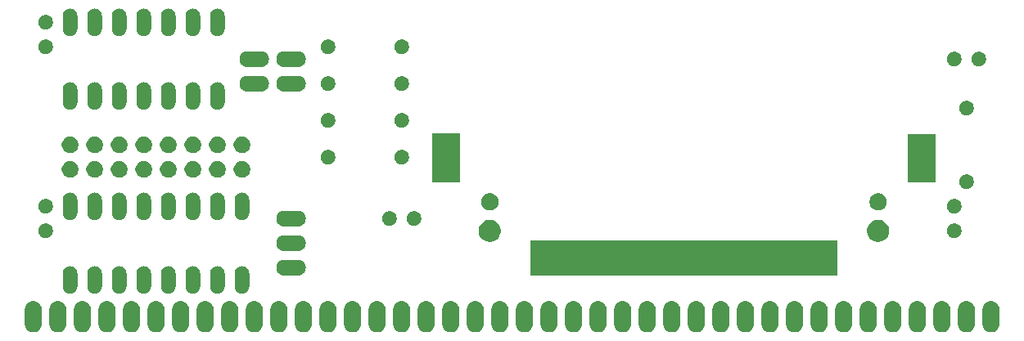
<source format=gbr>
G04 #@! TF.GenerationSoftware,KiCad,Pcbnew,5.1.2*
G04 #@! TF.CreationDate,2020-10-23T18:05:17+02:00*
G04 #@! TF.ProjectId,a30eee2cad2c9bf698126cb1c813ad28,61333065-6565-4326-9361-643263396266,rev?*
G04 #@! TF.SameCoordinates,Original*
G04 #@! TF.FileFunction,Soldermask,Top*
G04 #@! TF.FilePolarity,Negative*
%FSLAX46Y46*%
G04 Gerber Fmt 4.6, Leading zero omitted, Abs format (unit mm)*
G04 Created by KiCad (PCBNEW 5.1.2) date 2020-10-23 18:05:17*
%MOMM*%
%LPD*%
G04 APERTURE LIST*
%ADD10C,0.100000*%
G04 APERTURE END LIST*
D10*
G36*
X142636100Y-101273600D02*
G01*
X139786100Y-101273600D01*
X139786100Y-106323600D01*
X142636100Y-106323600D01*
X142636100Y-101273600D01*
G37*
G36*
X191836100Y-101298600D02*
G01*
X188986100Y-101298600D01*
X188986100Y-106348600D01*
X191836100Y-106348600D01*
X191836100Y-101298600D01*
G37*
G36*
X121530394Y-118625496D02*
G01*
X121650826Y-118662029D01*
X121693187Y-118674879D01*
X121843207Y-118755066D01*
X121843210Y-118755068D01*
X121843211Y-118755069D01*
X121974712Y-118862988D01*
X122082631Y-118994488D01*
X122082633Y-118994492D01*
X122082634Y-118994493D01*
X122162821Y-119144513D01*
X122162822Y-119144516D01*
X122212204Y-119307305D01*
X122224700Y-119434180D01*
X122224700Y-121043020D01*
X122212204Y-121169895D01*
X122162822Y-121332684D01*
X122162821Y-121332687D01*
X122082634Y-121482707D01*
X122082631Y-121482712D01*
X121974712Y-121614212D01*
X121843212Y-121722131D01*
X121843208Y-121722133D01*
X121843207Y-121722134D01*
X121693187Y-121802321D01*
X121693184Y-121802322D01*
X121530395Y-121851704D01*
X121361100Y-121868378D01*
X121191806Y-121851704D01*
X121029017Y-121802322D01*
X121029014Y-121802321D01*
X120878994Y-121722134D01*
X120878993Y-121722133D01*
X120878989Y-121722131D01*
X120747489Y-121614212D01*
X120639570Y-121482712D01*
X120639567Y-121482707D01*
X120559380Y-121332687D01*
X120559379Y-121332684D01*
X120509997Y-121169895D01*
X120497501Y-121043020D01*
X120497500Y-119434181D01*
X120509996Y-119307306D01*
X120559378Y-119144517D01*
X120559379Y-119144513D01*
X120639566Y-118994493D01*
X120639570Y-118994488D01*
X120747488Y-118862988D01*
X120878988Y-118755069D01*
X120878992Y-118755067D01*
X120878993Y-118755066D01*
X121029013Y-118674879D01*
X121029016Y-118674878D01*
X121191805Y-118625496D01*
X121361100Y-118608822D01*
X121530394Y-118625496D01*
X121530394Y-118625496D01*
G37*
G36*
X124070394Y-118625496D02*
G01*
X124190826Y-118662029D01*
X124233187Y-118674879D01*
X124383207Y-118755066D01*
X124383210Y-118755068D01*
X124383211Y-118755069D01*
X124514712Y-118862988D01*
X124622631Y-118994488D01*
X124622633Y-118994492D01*
X124622634Y-118994493D01*
X124702821Y-119144513D01*
X124702822Y-119144516D01*
X124752204Y-119307305D01*
X124764700Y-119434180D01*
X124764700Y-121043020D01*
X124752204Y-121169895D01*
X124702822Y-121332684D01*
X124702821Y-121332687D01*
X124622634Y-121482707D01*
X124622631Y-121482712D01*
X124514712Y-121614212D01*
X124383212Y-121722131D01*
X124383208Y-121722133D01*
X124383207Y-121722134D01*
X124233187Y-121802321D01*
X124233184Y-121802322D01*
X124070395Y-121851704D01*
X123901100Y-121868378D01*
X123731806Y-121851704D01*
X123569017Y-121802322D01*
X123569014Y-121802321D01*
X123418994Y-121722134D01*
X123418993Y-121722133D01*
X123418989Y-121722131D01*
X123287489Y-121614212D01*
X123179570Y-121482712D01*
X123179567Y-121482707D01*
X123099380Y-121332687D01*
X123099379Y-121332684D01*
X123049997Y-121169895D01*
X123037501Y-121043020D01*
X123037500Y-119434181D01*
X123049996Y-119307306D01*
X123099378Y-119144517D01*
X123099379Y-119144513D01*
X123179566Y-118994493D01*
X123179570Y-118994488D01*
X123287488Y-118862988D01*
X123418988Y-118755069D01*
X123418992Y-118755067D01*
X123418993Y-118755066D01*
X123569013Y-118674879D01*
X123569016Y-118674878D01*
X123731805Y-118625496D01*
X123901100Y-118608822D01*
X124070394Y-118625496D01*
X124070394Y-118625496D01*
G37*
G36*
X146930394Y-118625496D02*
G01*
X147050826Y-118662029D01*
X147093187Y-118674879D01*
X147243207Y-118755066D01*
X147243210Y-118755068D01*
X147243211Y-118755069D01*
X147374712Y-118862988D01*
X147482631Y-118994488D01*
X147482633Y-118994492D01*
X147482634Y-118994493D01*
X147562821Y-119144513D01*
X147562822Y-119144516D01*
X147612204Y-119307305D01*
X147624700Y-119434180D01*
X147624700Y-121043020D01*
X147612204Y-121169895D01*
X147562822Y-121332684D01*
X147562821Y-121332687D01*
X147482634Y-121482707D01*
X147482631Y-121482712D01*
X147374712Y-121614212D01*
X147243212Y-121722131D01*
X147243208Y-121722133D01*
X147243207Y-121722134D01*
X147093187Y-121802321D01*
X147093184Y-121802322D01*
X146930395Y-121851704D01*
X146761100Y-121868378D01*
X146591806Y-121851704D01*
X146429017Y-121802322D01*
X146429014Y-121802321D01*
X146278994Y-121722134D01*
X146278993Y-121722133D01*
X146278989Y-121722131D01*
X146147489Y-121614212D01*
X146039570Y-121482712D01*
X146039567Y-121482707D01*
X145959380Y-121332687D01*
X145959379Y-121332684D01*
X145909997Y-121169895D01*
X145897501Y-121043020D01*
X145897500Y-119434181D01*
X145909996Y-119307306D01*
X145959378Y-119144517D01*
X145959379Y-119144513D01*
X146039566Y-118994493D01*
X146039570Y-118994488D01*
X146147488Y-118862988D01*
X146278988Y-118755069D01*
X146278992Y-118755067D01*
X146278993Y-118755066D01*
X146429013Y-118674879D01*
X146429016Y-118674878D01*
X146591805Y-118625496D01*
X146761100Y-118608822D01*
X146930394Y-118625496D01*
X146930394Y-118625496D01*
G37*
G36*
X144390394Y-118625496D02*
G01*
X144510826Y-118662029D01*
X144553187Y-118674879D01*
X144703207Y-118755066D01*
X144703210Y-118755068D01*
X144703211Y-118755069D01*
X144834712Y-118862988D01*
X144942631Y-118994488D01*
X144942633Y-118994492D01*
X144942634Y-118994493D01*
X145022821Y-119144513D01*
X145022822Y-119144516D01*
X145072204Y-119307305D01*
X145084700Y-119434180D01*
X145084700Y-121043020D01*
X145072204Y-121169895D01*
X145022822Y-121332684D01*
X145022821Y-121332687D01*
X144942634Y-121482707D01*
X144942631Y-121482712D01*
X144834712Y-121614212D01*
X144703212Y-121722131D01*
X144703208Y-121722133D01*
X144703207Y-121722134D01*
X144553187Y-121802321D01*
X144553184Y-121802322D01*
X144390395Y-121851704D01*
X144221100Y-121868378D01*
X144051806Y-121851704D01*
X143889017Y-121802322D01*
X143889014Y-121802321D01*
X143738994Y-121722134D01*
X143738993Y-121722133D01*
X143738989Y-121722131D01*
X143607489Y-121614212D01*
X143499570Y-121482712D01*
X143499567Y-121482707D01*
X143419380Y-121332687D01*
X143419379Y-121332684D01*
X143369997Y-121169895D01*
X143357501Y-121043020D01*
X143357500Y-119434181D01*
X143369996Y-119307306D01*
X143419378Y-119144517D01*
X143419379Y-119144513D01*
X143499566Y-118994493D01*
X143499570Y-118994488D01*
X143607488Y-118862988D01*
X143738988Y-118755069D01*
X143738992Y-118755067D01*
X143738993Y-118755066D01*
X143889013Y-118674879D01*
X143889016Y-118674878D01*
X144051805Y-118625496D01*
X144221100Y-118608822D01*
X144390394Y-118625496D01*
X144390394Y-118625496D01*
G37*
G36*
X141850394Y-118625496D02*
G01*
X141970826Y-118662029D01*
X142013187Y-118674879D01*
X142163207Y-118755066D01*
X142163210Y-118755068D01*
X142163211Y-118755069D01*
X142294712Y-118862988D01*
X142402631Y-118994488D01*
X142402633Y-118994492D01*
X142402634Y-118994493D01*
X142482821Y-119144513D01*
X142482822Y-119144516D01*
X142532204Y-119307305D01*
X142544700Y-119434180D01*
X142544700Y-121043020D01*
X142532204Y-121169895D01*
X142482822Y-121332684D01*
X142482821Y-121332687D01*
X142402634Y-121482707D01*
X142402631Y-121482712D01*
X142294712Y-121614212D01*
X142163212Y-121722131D01*
X142163208Y-121722133D01*
X142163207Y-121722134D01*
X142013187Y-121802321D01*
X142013184Y-121802322D01*
X141850395Y-121851704D01*
X141681100Y-121868378D01*
X141511806Y-121851704D01*
X141349017Y-121802322D01*
X141349014Y-121802321D01*
X141198994Y-121722134D01*
X141198993Y-121722133D01*
X141198989Y-121722131D01*
X141067489Y-121614212D01*
X140959570Y-121482712D01*
X140959567Y-121482707D01*
X140879380Y-121332687D01*
X140879379Y-121332684D01*
X140829997Y-121169895D01*
X140817501Y-121043020D01*
X140817500Y-119434181D01*
X140829996Y-119307306D01*
X140879378Y-119144517D01*
X140879379Y-119144513D01*
X140959566Y-118994493D01*
X140959570Y-118994488D01*
X141067488Y-118862988D01*
X141198988Y-118755069D01*
X141198992Y-118755067D01*
X141198993Y-118755066D01*
X141349013Y-118674879D01*
X141349016Y-118674878D01*
X141511805Y-118625496D01*
X141681100Y-118608822D01*
X141850394Y-118625496D01*
X141850394Y-118625496D01*
G37*
G36*
X139310394Y-118625496D02*
G01*
X139430826Y-118662029D01*
X139473187Y-118674879D01*
X139623207Y-118755066D01*
X139623210Y-118755068D01*
X139623211Y-118755069D01*
X139754712Y-118862988D01*
X139862631Y-118994488D01*
X139862633Y-118994492D01*
X139862634Y-118994493D01*
X139942821Y-119144513D01*
X139942822Y-119144516D01*
X139992204Y-119307305D01*
X140004700Y-119434180D01*
X140004700Y-121043020D01*
X139992204Y-121169895D01*
X139942822Y-121332684D01*
X139942821Y-121332687D01*
X139862634Y-121482707D01*
X139862631Y-121482712D01*
X139754712Y-121614212D01*
X139623212Y-121722131D01*
X139623208Y-121722133D01*
X139623207Y-121722134D01*
X139473187Y-121802321D01*
X139473184Y-121802322D01*
X139310395Y-121851704D01*
X139141100Y-121868378D01*
X138971806Y-121851704D01*
X138809017Y-121802322D01*
X138809014Y-121802321D01*
X138658994Y-121722134D01*
X138658993Y-121722133D01*
X138658989Y-121722131D01*
X138527489Y-121614212D01*
X138419570Y-121482712D01*
X138419567Y-121482707D01*
X138339380Y-121332687D01*
X138339379Y-121332684D01*
X138289997Y-121169895D01*
X138277501Y-121043020D01*
X138277500Y-119434181D01*
X138289996Y-119307306D01*
X138339378Y-119144517D01*
X138339379Y-119144513D01*
X138419566Y-118994493D01*
X138419570Y-118994488D01*
X138527488Y-118862988D01*
X138658988Y-118755069D01*
X138658992Y-118755067D01*
X138658993Y-118755066D01*
X138809013Y-118674879D01*
X138809016Y-118674878D01*
X138971805Y-118625496D01*
X139141100Y-118608822D01*
X139310394Y-118625496D01*
X139310394Y-118625496D01*
G37*
G36*
X136770394Y-118625496D02*
G01*
X136890826Y-118662029D01*
X136933187Y-118674879D01*
X137083207Y-118755066D01*
X137083210Y-118755068D01*
X137083211Y-118755069D01*
X137214712Y-118862988D01*
X137322631Y-118994488D01*
X137322633Y-118994492D01*
X137322634Y-118994493D01*
X137402821Y-119144513D01*
X137402822Y-119144516D01*
X137452204Y-119307305D01*
X137464700Y-119434180D01*
X137464700Y-121043020D01*
X137452204Y-121169895D01*
X137402822Y-121332684D01*
X137402821Y-121332687D01*
X137322634Y-121482707D01*
X137322631Y-121482712D01*
X137214712Y-121614212D01*
X137083212Y-121722131D01*
X137083208Y-121722133D01*
X137083207Y-121722134D01*
X136933187Y-121802321D01*
X136933184Y-121802322D01*
X136770395Y-121851704D01*
X136601100Y-121868378D01*
X136431806Y-121851704D01*
X136269017Y-121802322D01*
X136269014Y-121802321D01*
X136118994Y-121722134D01*
X136118993Y-121722133D01*
X136118989Y-121722131D01*
X135987489Y-121614212D01*
X135879570Y-121482712D01*
X135879567Y-121482707D01*
X135799380Y-121332687D01*
X135799379Y-121332684D01*
X135749997Y-121169895D01*
X135737501Y-121043020D01*
X135737500Y-119434181D01*
X135749996Y-119307306D01*
X135799378Y-119144517D01*
X135799379Y-119144513D01*
X135879566Y-118994493D01*
X135879570Y-118994488D01*
X135987488Y-118862988D01*
X136118988Y-118755069D01*
X136118992Y-118755067D01*
X136118993Y-118755066D01*
X136269013Y-118674879D01*
X136269016Y-118674878D01*
X136431805Y-118625496D01*
X136601100Y-118608822D01*
X136770394Y-118625496D01*
X136770394Y-118625496D01*
G37*
G36*
X134230394Y-118625496D02*
G01*
X134350826Y-118662029D01*
X134393187Y-118674879D01*
X134543207Y-118755066D01*
X134543210Y-118755068D01*
X134543211Y-118755069D01*
X134674712Y-118862988D01*
X134782631Y-118994488D01*
X134782633Y-118994492D01*
X134782634Y-118994493D01*
X134862821Y-119144513D01*
X134862822Y-119144516D01*
X134912204Y-119307305D01*
X134924700Y-119434180D01*
X134924700Y-121043020D01*
X134912204Y-121169895D01*
X134862822Y-121332684D01*
X134862821Y-121332687D01*
X134782634Y-121482707D01*
X134782631Y-121482712D01*
X134674712Y-121614212D01*
X134543212Y-121722131D01*
X134543208Y-121722133D01*
X134543207Y-121722134D01*
X134393187Y-121802321D01*
X134393184Y-121802322D01*
X134230395Y-121851704D01*
X134061100Y-121868378D01*
X133891806Y-121851704D01*
X133729017Y-121802322D01*
X133729014Y-121802321D01*
X133578994Y-121722134D01*
X133578993Y-121722133D01*
X133578989Y-121722131D01*
X133447489Y-121614212D01*
X133339570Y-121482712D01*
X133339567Y-121482707D01*
X133259380Y-121332687D01*
X133259379Y-121332684D01*
X133209997Y-121169895D01*
X133197501Y-121043020D01*
X133197500Y-119434181D01*
X133209996Y-119307306D01*
X133259378Y-119144517D01*
X133259379Y-119144513D01*
X133339566Y-118994493D01*
X133339570Y-118994488D01*
X133447488Y-118862988D01*
X133578988Y-118755069D01*
X133578992Y-118755067D01*
X133578993Y-118755066D01*
X133729013Y-118674879D01*
X133729016Y-118674878D01*
X133891805Y-118625496D01*
X134061100Y-118608822D01*
X134230394Y-118625496D01*
X134230394Y-118625496D01*
G37*
G36*
X131690394Y-118625496D02*
G01*
X131810826Y-118662029D01*
X131853187Y-118674879D01*
X132003207Y-118755066D01*
X132003210Y-118755068D01*
X132003211Y-118755069D01*
X132134712Y-118862988D01*
X132242631Y-118994488D01*
X132242633Y-118994492D01*
X132242634Y-118994493D01*
X132322821Y-119144513D01*
X132322822Y-119144516D01*
X132372204Y-119307305D01*
X132384700Y-119434180D01*
X132384700Y-121043020D01*
X132372204Y-121169895D01*
X132322822Y-121332684D01*
X132322821Y-121332687D01*
X132242634Y-121482707D01*
X132242631Y-121482712D01*
X132134712Y-121614212D01*
X132003212Y-121722131D01*
X132003208Y-121722133D01*
X132003207Y-121722134D01*
X131853187Y-121802321D01*
X131853184Y-121802322D01*
X131690395Y-121851704D01*
X131521100Y-121868378D01*
X131351806Y-121851704D01*
X131189017Y-121802322D01*
X131189014Y-121802321D01*
X131038994Y-121722134D01*
X131038993Y-121722133D01*
X131038989Y-121722131D01*
X130907489Y-121614212D01*
X130799570Y-121482712D01*
X130799567Y-121482707D01*
X130719380Y-121332687D01*
X130719379Y-121332684D01*
X130669997Y-121169895D01*
X130657501Y-121043020D01*
X130657500Y-119434181D01*
X130669996Y-119307306D01*
X130719378Y-119144517D01*
X130719379Y-119144513D01*
X130799566Y-118994493D01*
X130799570Y-118994488D01*
X130907488Y-118862988D01*
X131038988Y-118755069D01*
X131038992Y-118755067D01*
X131038993Y-118755066D01*
X131189013Y-118674879D01*
X131189016Y-118674878D01*
X131351805Y-118625496D01*
X131521100Y-118608822D01*
X131690394Y-118625496D01*
X131690394Y-118625496D01*
G37*
G36*
X129150394Y-118625496D02*
G01*
X129270826Y-118662029D01*
X129313187Y-118674879D01*
X129463207Y-118755066D01*
X129463210Y-118755068D01*
X129463211Y-118755069D01*
X129594712Y-118862988D01*
X129702631Y-118994488D01*
X129702633Y-118994492D01*
X129702634Y-118994493D01*
X129782821Y-119144513D01*
X129782822Y-119144516D01*
X129832204Y-119307305D01*
X129844700Y-119434180D01*
X129844700Y-121043020D01*
X129832204Y-121169895D01*
X129782822Y-121332684D01*
X129782821Y-121332687D01*
X129702634Y-121482707D01*
X129702631Y-121482712D01*
X129594712Y-121614212D01*
X129463212Y-121722131D01*
X129463208Y-121722133D01*
X129463207Y-121722134D01*
X129313187Y-121802321D01*
X129313184Y-121802322D01*
X129150395Y-121851704D01*
X128981100Y-121868378D01*
X128811806Y-121851704D01*
X128649017Y-121802322D01*
X128649014Y-121802321D01*
X128498994Y-121722134D01*
X128498993Y-121722133D01*
X128498989Y-121722131D01*
X128367489Y-121614212D01*
X128259570Y-121482712D01*
X128259567Y-121482707D01*
X128179380Y-121332687D01*
X128179379Y-121332684D01*
X128129997Y-121169895D01*
X128117501Y-121043020D01*
X128117500Y-119434181D01*
X128129996Y-119307306D01*
X128179378Y-119144517D01*
X128179379Y-119144513D01*
X128259566Y-118994493D01*
X128259570Y-118994488D01*
X128367488Y-118862988D01*
X128498988Y-118755069D01*
X128498992Y-118755067D01*
X128498993Y-118755066D01*
X128649013Y-118674879D01*
X128649016Y-118674878D01*
X128811805Y-118625496D01*
X128981100Y-118608822D01*
X129150394Y-118625496D01*
X129150394Y-118625496D01*
G37*
G36*
X126610394Y-118625496D02*
G01*
X126730826Y-118662029D01*
X126773187Y-118674879D01*
X126923207Y-118755066D01*
X126923210Y-118755068D01*
X126923211Y-118755069D01*
X127054712Y-118862988D01*
X127162631Y-118994488D01*
X127162633Y-118994492D01*
X127162634Y-118994493D01*
X127242821Y-119144513D01*
X127242822Y-119144516D01*
X127292204Y-119307305D01*
X127304700Y-119434180D01*
X127304700Y-121043020D01*
X127292204Y-121169895D01*
X127242822Y-121332684D01*
X127242821Y-121332687D01*
X127162634Y-121482707D01*
X127162631Y-121482712D01*
X127054712Y-121614212D01*
X126923212Y-121722131D01*
X126923208Y-121722133D01*
X126923207Y-121722134D01*
X126773187Y-121802321D01*
X126773184Y-121802322D01*
X126610395Y-121851704D01*
X126441100Y-121868378D01*
X126271806Y-121851704D01*
X126109017Y-121802322D01*
X126109014Y-121802321D01*
X125958994Y-121722134D01*
X125958993Y-121722133D01*
X125958989Y-121722131D01*
X125827489Y-121614212D01*
X125719570Y-121482712D01*
X125719567Y-121482707D01*
X125639380Y-121332687D01*
X125639379Y-121332684D01*
X125589997Y-121169895D01*
X125577501Y-121043020D01*
X125577500Y-119434181D01*
X125589996Y-119307306D01*
X125639378Y-119144517D01*
X125639379Y-119144513D01*
X125719566Y-118994493D01*
X125719570Y-118994488D01*
X125827488Y-118862988D01*
X125958988Y-118755069D01*
X125958992Y-118755067D01*
X125958993Y-118755066D01*
X126109013Y-118674879D01*
X126109016Y-118674878D01*
X126271805Y-118625496D01*
X126441100Y-118608822D01*
X126610394Y-118625496D01*
X126610394Y-118625496D01*
G37*
G36*
X197730394Y-118625496D02*
G01*
X197850826Y-118662029D01*
X197893187Y-118674879D01*
X198043207Y-118755066D01*
X198043210Y-118755068D01*
X198043211Y-118755069D01*
X198174712Y-118862988D01*
X198282631Y-118994488D01*
X198282633Y-118994492D01*
X198282634Y-118994493D01*
X198362821Y-119144513D01*
X198362822Y-119144516D01*
X198412204Y-119307305D01*
X198424700Y-119434180D01*
X198424700Y-121043020D01*
X198412204Y-121169895D01*
X198362822Y-121332684D01*
X198362821Y-121332687D01*
X198282634Y-121482707D01*
X198282631Y-121482712D01*
X198174712Y-121614212D01*
X198043212Y-121722131D01*
X198043208Y-121722133D01*
X198043207Y-121722134D01*
X197893187Y-121802321D01*
X197893184Y-121802322D01*
X197730395Y-121851704D01*
X197561100Y-121868378D01*
X197391806Y-121851704D01*
X197229017Y-121802322D01*
X197229014Y-121802321D01*
X197078994Y-121722134D01*
X197078993Y-121722133D01*
X197078989Y-121722131D01*
X196947489Y-121614212D01*
X196839570Y-121482712D01*
X196839567Y-121482707D01*
X196759380Y-121332687D01*
X196759379Y-121332684D01*
X196709997Y-121169895D01*
X196697501Y-121043020D01*
X196697500Y-119434181D01*
X196709996Y-119307306D01*
X196759378Y-119144517D01*
X196759379Y-119144513D01*
X196839566Y-118994493D01*
X196839570Y-118994488D01*
X196947488Y-118862988D01*
X197078988Y-118755069D01*
X197078992Y-118755067D01*
X197078993Y-118755066D01*
X197229013Y-118674879D01*
X197229016Y-118674878D01*
X197391805Y-118625496D01*
X197561100Y-118608822D01*
X197730394Y-118625496D01*
X197730394Y-118625496D01*
G37*
G36*
X118990394Y-118625496D02*
G01*
X119110826Y-118662029D01*
X119153187Y-118674879D01*
X119303207Y-118755066D01*
X119303210Y-118755068D01*
X119303211Y-118755069D01*
X119434712Y-118862988D01*
X119542631Y-118994488D01*
X119542633Y-118994492D01*
X119542634Y-118994493D01*
X119622821Y-119144513D01*
X119622822Y-119144516D01*
X119672204Y-119307305D01*
X119684700Y-119434180D01*
X119684700Y-121043020D01*
X119672204Y-121169895D01*
X119622822Y-121332684D01*
X119622821Y-121332687D01*
X119542634Y-121482707D01*
X119542631Y-121482712D01*
X119434712Y-121614212D01*
X119303212Y-121722131D01*
X119303208Y-121722133D01*
X119303207Y-121722134D01*
X119153187Y-121802321D01*
X119153184Y-121802322D01*
X118990395Y-121851704D01*
X118821100Y-121868378D01*
X118651806Y-121851704D01*
X118489017Y-121802322D01*
X118489014Y-121802321D01*
X118338994Y-121722134D01*
X118338993Y-121722133D01*
X118338989Y-121722131D01*
X118207489Y-121614212D01*
X118099570Y-121482712D01*
X118099567Y-121482707D01*
X118019380Y-121332687D01*
X118019379Y-121332684D01*
X117969997Y-121169895D01*
X117957501Y-121043020D01*
X117957500Y-119434181D01*
X117969996Y-119307306D01*
X118019378Y-119144517D01*
X118019379Y-119144513D01*
X118099566Y-118994493D01*
X118099570Y-118994488D01*
X118207488Y-118862988D01*
X118338988Y-118755069D01*
X118338992Y-118755067D01*
X118338993Y-118755066D01*
X118489013Y-118674879D01*
X118489016Y-118674878D01*
X118651805Y-118625496D01*
X118821100Y-118608822D01*
X118990394Y-118625496D01*
X118990394Y-118625496D01*
G37*
G36*
X116450394Y-118625496D02*
G01*
X116570826Y-118662029D01*
X116613187Y-118674879D01*
X116763207Y-118755066D01*
X116763210Y-118755068D01*
X116763211Y-118755069D01*
X116894712Y-118862988D01*
X117002631Y-118994488D01*
X117002633Y-118994492D01*
X117002634Y-118994493D01*
X117082821Y-119144513D01*
X117082822Y-119144516D01*
X117132204Y-119307305D01*
X117144700Y-119434180D01*
X117144700Y-121043020D01*
X117132204Y-121169895D01*
X117082822Y-121332684D01*
X117082821Y-121332687D01*
X117002634Y-121482707D01*
X117002631Y-121482712D01*
X116894712Y-121614212D01*
X116763212Y-121722131D01*
X116763208Y-121722133D01*
X116763207Y-121722134D01*
X116613187Y-121802321D01*
X116613184Y-121802322D01*
X116450395Y-121851704D01*
X116281100Y-121868378D01*
X116111806Y-121851704D01*
X115949017Y-121802322D01*
X115949014Y-121802321D01*
X115798994Y-121722134D01*
X115798993Y-121722133D01*
X115798989Y-121722131D01*
X115667489Y-121614212D01*
X115559570Y-121482712D01*
X115559567Y-121482707D01*
X115479380Y-121332687D01*
X115479379Y-121332684D01*
X115429997Y-121169895D01*
X115417501Y-121043020D01*
X115417500Y-119434181D01*
X115429996Y-119307306D01*
X115479378Y-119144517D01*
X115479379Y-119144513D01*
X115559566Y-118994493D01*
X115559570Y-118994488D01*
X115667488Y-118862988D01*
X115798988Y-118755069D01*
X115798992Y-118755067D01*
X115798993Y-118755066D01*
X115949013Y-118674879D01*
X115949016Y-118674878D01*
X116111805Y-118625496D01*
X116281100Y-118608822D01*
X116450394Y-118625496D01*
X116450394Y-118625496D01*
G37*
G36*
X113910394Y-118625496D02*
G01*
X114030826Y-118662029D01*
X114073187Y-118674879D01*
X114223207Y-118755066D01*
X114223210Y-118755068D01*
X114223211Y-118755069D01*
X114354712Y-118862988D01*
X114462631Y-118994488D01*
X114462633Y-118994492D01*
X114462634Y-118994493D01*
X114542821Y-119144513D01*
X114542822Y-119144516D01*
X114592204Y-119307305D01*
X114604700Y-119434180D01*
X114604700Y-121043020D01*
X114592204Y-121169895D01*
X114542822Y-121332684D01*
X114542821Y-121332687D01*
X114462634Y-121482707D01*
X114462631Y-121482712D01*
X114354712Y-121614212D01*
X114223212Y-121722131D01*
X114223208Y-121722133D01*
X114223207Y-121722134D01*
X114073187Y-121802321D01*
X114073184Y-121802322D01*
X113910395Y-121851704D01*
X113741100Y-121868378D01*
X113571806Y-121851704D01*
X113409017Y-121802322D01*
X113409014Y-121802321D01*
X113258994Y-121722134D01*
X113258993Y-121722133D01*
X113258989Y-121722131D01*
X113127489Y-121614212D01*
X113019570Y-121482712D01*
X113019567Y-121482707D01*
X112939380Y-121332687D01*
X112939379Y-121332684D01*
X112889997Y-121169895D01*
X112877501Y-121043020D01*
X112877500Y-119434181D01*
X112889996Y-119307306D01*
X112939378Y-119144517D01*
X112939379Y-119144513D01*
X113019566Y-118994493D01*
X113019570Y-118994488D01*
X113127488Y-118862988D01*
X113258988Y-118755069D01*
X113258992Y-118755067D01*
X113258993Y-118755066D01*
X113409013Y-118674879D01*
X113409016Y-118674878D01*
X113571805Y-118625496D01*
X113741100Y-118608822D01*
X113910394Y-118625496D01*
X113910394Y-118625496D01*
G37*
G36*
X111370394Y-118625496D02*
G01*
X111490826Y-118662029D01*
X111533187Y-118674879D01*
X111683207Y-118755066D01*
X111683210Y-118755068D01*
X111683211Y-118755069D01*
X111814712Y-118862988D01*
X111922631Y-118994488D01*
X111922633Y-118994492D01*
X111922634Y-118994493D01*
X112002821Y-119144513D01*
X112002822Y-119144516D01*
X112052204Y-119307305D01*
X112064700Y-119434180D01*
X112064700Y-121043020D01*
X112052204Y-121169895D01*
X112002822Y-121332684D01*
X112002821Y-121332687D01*
X111922634Y-121482707D01*
X111922631Y-121482712D01*
X111814712Y-121614212D01*
X111683212Y-121722131D01*
X111683208Y-121722133D01*
X111683207Y-121722134D01*
X111533187Y-121802321D01*
X111533184Y-121802322D01*
X111370395Y-121851704D01*
X111201100Y-121868378D01*
X111031806Y-121851704D01*
X110869017Y-121802322D01*
X110869014Y-121802321D01*
X110718994Y-121722134D01*
X110718993Y-121722133D01*
X110718989Y-121722131D01*
X110587489Y-121614212D01*
X110479570Y-121482712D01*
X110479567Y-121482707D01*
X110399380Y-121332687D01*
X110399379Y-121332684D01*
X110349997Y-121169895D01*
X110337501Y-121043020D01*
X110337500Y-119434181D01*
X110349996Y-119307306D01*
X110399378Y-119144517D01*
X110399379Y-119144513D01*
X110479566Y-118994493D01*
X110479570Y-118994488D01*
X110587488Y-118862988D01*
X110718988Y-118755069D01*
X110718992Y-118755067D01*
X110718993Y-118755066D01*
X110869013Y-118674879D01*
X110869016Y-118674878D01*
X111031805Y-118625496D01*
X111201100Y-118608822D01*
X111370394Y-118625496D01*
X111370394Y-118625496D01*
G37*
G36*
X108830394Y-118625496D02*
G01*
X108950826Y-118662029D01*
X108993187Y-118674879D01*
X109143207Y-118755066D01*
X109143210Y-118755068D01*
X109143211Y-118755069D01*
X109274712Y-118862988D01*
X109382631Y-118994488D01*
X109382633Y-118994492D01*
X109382634Y-118994493D01*
X109462821Y-119144513D01*
X109462822Y-119144516D01*
X109512204Y-119307305D01*
X109524700Y-119434180D01*
X109524700Y-121043020D01*
X109512204Y-121169895D01*
X109462822Y-121332684D01*
X109462821Y-121332687D01*
X109382634Y-121482707D01*
X109382631Y-121482712D01*
X109274712Y-121614212D01*
X109143212Y-121722131D01*
X109143208Y-121722133D01*
X109143207Y-121722134D01*
X108993187Y-121802321D01*
X108993184Y-121802322D01*
X108830395Y-121851704D01*
X108661100Y-121868378D01*
X108491806Y-121851704D01*
X108329017Y-121802322D01*
X108329014Y-121802321D01*
X108178994Y-121722134D01*
X108178993Y-121722133D01*
X108178989Y-121722131D01*
X108047489Y-121614212D01*
X107939570Y-121482712D01*
X107939567Y-121482707D01*
X107859380Y-121332687D01*
X107859379Y-121332684D01*
X107809997Y-121169895D01*
X107797501Y-121043020D01*
X107797500Y-119434181D01*
X107809996Y-119307306D01*
X107859378Y-119144517D01*
X107859379Y-119144513D01*
X107939566Y-118994493D01*
X107939570Y-118994488D01*
X108047488Y-118862988D01*
X108178988Y-118755069D01*
X108178992Y-118755067D01*
X108178993Y-118755066D01*
X108329013Y-118674879D01*
X108329016Y-118674878D01*
X108491805Y-118625496D01*
X108661100Y-118608822D01*
X108830394Y-118625496D01*
X108830394Y-118625496D01*
G37*
G36*
X106290394Y-118625496D02*
G01*
X106410826Y-118662029D01*
X106453187Y-118674879D01*
X106603207Y-118755066D01*
X106603210Y-118755068D01*
X106603211Y-118755069D01*
X106734712Y-118862988D01*
X106842631Y-118994488D01*
X106842633Y-118994492D01*
X106842634Y-118994493D01*
X106922821Y-119144513D01*
X106922822Y-119144516D01*
X106972204Y-119307305D01*
X106984700Y-119434180D01*
X106984700Y-121043020D01*
X106972204Y-121169895D01*
X106922822Y-121332684D01*
X106922821Y-121332687D01*
X106842634Y-121482707D01*
X106842631Y-121482712D01*
X106734712Y-121614212D01*
X106603212Y-121722131D01*
X106603208Y-121722133D01*
X106603207Y-121722134D01*
X106453187Y-121802321D01*
X106453184Y-121802322D01*
X106290395Y-121851704D01*
X106121100Y-121868378D01*
X105951806Y-121851704D01*
X105789017Y-121802322D01*
X105789014Y-121802321D01*
X105638994Y-121722134D01*
X105638993Y-121722133D01*
X105638989Y-121722131D01*
X105507489Y-121614212D01*
X105399570Y-121482712D01*
X105399567Y-121482707D01*
X105319380Y-121332687D01*
X105319379Y-121332684D01*
X105269997Y-121169895D01*
X105257501Y-121043020D01*
X105257500Y-119434181D01*
X105269996Y-119307306D01*
X105319378Y-119144517D01*
X105319379Y-119144513D01*
X105399566Y-118994493D01*
X105399570Y-118994488D01*
X105507488Y-118862988D01*
X105638988Y-118755069D01*
X105638992Y-118755067D01*
X105638993Y-118755066D01*
X105789013Y-118674879D01*
X105789016Y-118674878D01*
X105951805Y-118625496D01*
X106121100Y-118608822D01*
X106290394Y-118625496D01*
X106290394Y-118625496D01*
G37*
G36*
X101210394Y-118625496D02*
G01*
X101330826Y-118662029D01*
X101373187Y-118674879D01*
X101523207Y-118755066D01*
X101523210Y-118755068D01*
X101523211Y-118755069D01*
X101654712Y-118862988D01*
X101762631Y-118994488D01*
X101762633Y-118994492D01*
X101762634Y-118994493D01*
X101842821Y-119144513D01*
X101842822Y-119144516D01*
X101892204Y-119307305D01*
X101904700Y-119434180D01*
X101904700Y-121043020D01*
X101892204Y-121169895D01*
X101842822Y-121332684D01*
X101842821Y-121332687D01*
X101762634Y-121482707D01*
X101762631Y-121482712D01*
X101654712Y-121614212D01*
X101523212Y-121722131D01*
X101523208Y-121722133D01*
X101523207Y-121722134D01*
X101373187Y-121802321D01*
X101373184Y-121802322D01*
X101210395Y-121851704D01*
X101041100Y-121868378D01*
X100871806Y-121851704D01*
X100709017Y-121802322D01*
X100709014Y-121802321D01*
X100558994Y-121722134D01*
X100558993Y-121722133D01*
X100558989Y-121722131D01*
X100427489Y-121614212D01*
X100319570Y-121482712D01*
X100319567Y-121482707D01*
X100239380Y-121332687D01*
X100239379Y-121332684D01*
X100189997Y-121169895D01*
X100177501Y-121043020D01*
X100177500Y-119434181D01*
X100189996Y-119307306D01*
X100239378Y-119144517D01*
X100239379Y-119144513D01*
X100319566Y-118994493D01*
X100319570Y-118994488D01*
X100427488Y-118862988D01*
X100558988Y-118755069D01*
X100558992Y-118755067D01*
X100558993Y-118755066D01*
X100709013Y-118674879D01*
X100709016Y-118674878D01*
X100871805Y-118625496D01*
X101041100Y-118608822D01*
X101210394Y-118625496D01*
X101210394Y-118625496D01*
G37*
G36*
X98670394Y-118625496D02*
G01*
X98790826Y-118662029D01*
X98833187Y-118674879D01*
X98983207Y-118755066D01*
X98983210Y-118755068D01*
X98983211Y-118755069D01*
X99114712Y-118862988D01*
X99222631Y-118994488D01*
X99222633Y-118994492D01*
X99222634Y-118994493D01*
X99302821Y-119144513D01*
X99302822Y-119144516D01*
X99352204Y-119307305D01*
X99364700Y-119434180D01*
X99364700Y-121043020D01*
X99352204Y-121169895D01*
X99302822Y-121332684D01*
X99302821Y-121332687D01*
X99222634Y-121482707D01*
X99222631Y-121482712D01*
X99114712Y-121614212D01*
X98983212Y-121722131D01*
X98983208Y-121722133D01*
X98983207Y-121722134D01*
X98833187Y-121802321D01*
X98833184Y-121802322D01*
X98670395Y-121851704D01*
X98501100Y-121868378D01*
X98331806Y-121851704D01*
X98169017Y-121802322D01*
X98169014Y-121802321D01*
X98018994Y-121722134D01*
X98018993Y-121722133D01*
X98018989Y-121722131D01*
X97887489Y-121614212D01*
X97779570Y-121482712D01*
X97779567Y-121482707D01*
X97699380Y-121332687D01*
X97699379Y-121332684D01*
X97649997Y-121169895D01*
X97637501Y-121043020D01*
X97637500Y-119434181D01*
X97649996Y-119307306D01*
X97699378Y-119144517D01*
X97699379Y-119144513D01*
X97779566Y-118994493D01*
X97779570Y-118994488D01*
X97887488Y-118862988D01*
X98018988Y-118755069D01*
X98018992Y-118755067D01*
X98018993Y-118755066D01*
X98169013Y-118674879D01*
X98169016Y-118674878D01*
X98331805Y-118625496D01*
X98501100Y-118608822D01*
X98670394Y-118625496D01*
X98670394Y-118625496D01*
G37*
G36*
X172330394Y-118625496D02*
G01*
X172450826Y-118662029D01*
X172493187Y-118674879D01*
X172643207Y-118755066D01*
X172643210Y-118755068D01*
X172643211Y-118755069D01*
X172774712Y-118862988D01*
X172882631Y-118994488D01*
X172882633Y-118994492D01*
X172882634Y-118994493D01*
X172962821Y-119144513D01*
X172962822Y-119144516D01*
X173012204Y-119307305D01*
X173024700Y-119434180D01*
X173024700Y-121043020D01*
X173012204Y-121169895D01*
X172962822Y-121332684D01*
X172962821Y-121332687D01*
X172882634Y-121482707D01*
X172882631Y-121482712D01*
X172774712Y-121614212D01*
X172643212Y-121722131D01*
X172643208Y-121722133D01*
X172643207Y-121722134D01*
X172493187Y-121802321D01*
X172493184Y-121802322D01*
X172330395Y-121851704D01*
X172161100Y-121868378D01*
X171991806Y-121851704D01*
X171829017Y-121802322D01*
X171829014Y-121802321D01*
X171678994Y-121722134D01*
X171678993Y-121722133D01*
X171678989Y-121722131D01*
X171547489Y-121614212D01*
X171439570Y-121482712D01*
X171439567Y-121482707D01*
X171359380Y-121332687D01*
X171359379Y-121332684D01*
X171309997Y-121169895D01*
X171297501Y-121043020D01*
X171297500Y-119434181D01*
X171309996Y-119307306D01*
X171359378Y-119144517D01*
X171359379Y-119144513D01*
X171439566Y-118994493D01*
X171439570Y-118994488D01*
X171547488Y-118862988D01*
X171678988Y-118755069D01*
X171678992Y-118755067D01*
X171678993Y-118755066D01*
X171829013Y-118674879D01*
X171829016Y-118674878D01*
X171991805Y-118625496D01*
X172161100Y-118608822D01*
X172330394Y-118625496D01*
X172330394Y-118625496D01*
G37*
G36*
X152010394Y-118625496D02*
G01*
X152130826Y-118662029D01*
X152173187Y-118674879D01*
X152323207Y-118755066D01*
X152323210Y-118755068D01*
X152323211Y-118755069D01*
X152454712Y-118862988D01*
X152562631Y-118994488D01*
X152562633Y-118994492D01*
X152562634Y-118994493D01*
X152642821Y-119144513D01*
X152642822Y-119144516D01*
X152692204Y-119307305D01*
X152704700Y-119434180D01*
X152704700Y-121043020D01*
X152692204Y-121169895D01*
X152642822Y-121332684D01*
X152642821Y-121332687D01*
X152562634Y-121482707D01*
X152562631Y-121482712D01*
X152454712Y-121614212D01*
X152323212Y-121722131D01*
X152323208Y-121722133D01*
X152323207Y-121722134D01*
X152173187Y-121802321D01*
X152173184Y-121802322D01*
X152010395Y-121851704D01*
X151841100Y-121868378D01*
X151671806Y-121851704D01*
X151509017Y-121802322D01*
X151509014Y-121802321D01*
X151358994Y-121722134D01*
X151358993Y-121722133D01*
X151358989Y-121722131D01*
X151227489Y-121614212D01*
X151119570Y-121482712D01*
X151119567Y-121482707D01*
X151039380Y-121332687D01*
X151039379Y-121332684D01*
X150989997Y-121169895D01*
X150977501Y-121043020D01*
X150977500Y-119434181D01*
X150989996Y-119307306D01*
X151039378Y-119144517D01*
X151039379Y-119144513D01*
X151119566Y-118994493D01*
X151119570Y-118994488D01*
X151227488Y-118862988D01*
X151358988Y-118755069D01*
X151358992Y-118755067D01*
X151358993Y-118755066D01*
X151509013Y-118674879D01*
X151509016Y-118674878D01*
X151671805Y-118625496D01*
X151841100Y-118608822D01*
X152010394Y-118625496D01*
X152010394Y-118625496D01*
G37*
G36*
X149470394Y-118625496D02*
G01*
X149590826Y-118662029D01*
X149633187Y-118674879D01*
X149783207Y-118755066D01*
X149783210Y-118755068D01*
X149783211Y-118755069D01*
X149914712Y-118862988D01*
X150022631Y-118994488D01*
X150022633Y-118994492D01*
X150022634Y-118994493D01*
X150102821Y-119144513D01*
X150102822Y-119144516D01*
X150152204Y-119307305D01*
X150164700Y-119434180D01*
X150164700Y-121043020D01*
X150152204Y-121169895D01*
X150102822Y-121332684D01*
X150102821Y-121332687D01*
X150022634Y-121482707D01*
X150022631Y-121482712D01*
X149914712Y-121614212D01*
X149783212Y-121722131D01*
X149783208Y-121722133D01*
X149783207Y-121722134D01*
X149633187Y-121802321D01*
X149633184Y-121802322D01*
X149470395Y-121851704D01*
X149301100Y-121868378D01*
X149131806Y-121851704D01*
X148969017Y-121802322D01*
X148969014Y-121802321D01*
X148818994Y-121722134D01*
X148818993Y-121722133D01*
X148818989Y-121722131D01*
X148687489Y-121614212D01*
X148579570Y-121482712D01*
X148579567Y-121482707D01*
X148499380Y-121332687D01*
X148499379Y-121332684D01*
X148449997Y-121169895D01*
X148437501Y-121043020D01*
X148437500Y-119434181D01*
X148449996Y-119307306D01*
X148499378Y-119144517D01*
X148499379Y-119144513D01*
X148579566Y-118994493D01*
X148579570Y-118994488D01*
X148687488Y-118862988D01*
X148818988Y-118755069D01*
X148818992Y-118755067D01*
X148818993Y-118755066D01*
X148969013Y-118674879D01*
X148969016Y-118674878D01*
X149131805Y-118625496D01*
X149301100Y-118608822D01*
X149470394Y-118625496D01*
X149470394Y-118625496D01*
G37*
G36*
X195190394Y-118625496D02*
G01*
X195310826Y-118662029D01*
X195353187Y-118674879D01*
X195503207Y-118755066D01*
X195503210Y-118755068D01*
X195503211Y-118755069D01*
X195634712Y-118862988D01*
X195742631Y-118994488D01*
X195742633Y-118994492D01*
X195742634Y-118994493D01*
X195822821Y-119144513D01*
X195822822Y-119144516D01*
X195872204Y-119307305D01*
X195884700Y-119434180D01*
X195884700Y-121043020D01*
X195872204Y-121169895D01*
X195822822Y-121332684D01*
X195822821Y-121332687D01*
X195742634Y-121482707D01*
X195742631Y-121482712D01*
X195634712Y-121614212D01*
X195503212Y-121722131D01*
X195503208Y-121722133D01*
X195503207Y-121722134D01*
X195353187Y-121802321D01*
X195353184Y-121802322D01*
X195190395Y-121851704D01*
X195021100Y-121868378D01*
X194851806Y-121851704D01*
X194689017Y-121802322D01*
X194689014Y-121802321D01*
X194538994Y-121722134D01*
X194538993Y-121722133D01*
X194538989Y-121722131D01*
X194407489Y-121614212D01*
X194299570Y-121482712D01*
X194299567Y-121482707D01*
X194219380Y-121332687D01*
X194219379Y-121332684D01*
X194169997Y-121169895D01*
X194157501Y-121043020D01*
X194157500Y-119434181D01*
X194169996Y-119307306D01*
X194219378Y-119144517D01*
X194219379Y-119144513D01*
X194299566Y-118994493D01*
X194299570Y-118994488D01*
X194407488Y-118862988D01*
X194538988Y-118755069D01*
X194538992Y-118755067D01*
X194538993Y-118755066D01*
X194689013Y-118674879D01*
X194689016Y-118674878D01*
X194851805Y-118625496D01*
X195021100Y-118608822D01*
X195190394Y-118625496D01*
X195190394Y-118625496D01*
G37*
G36*
X192650394Y-118625496D02*
G01*
X192770826Y-118662029D01*
X192813187Y-118674879D01*
X192963207Y-118755066D01*
X192963210Y-118755068D01*
X192963211Y-118755069D01*
X193094712Y-118862988D01*
X193202631Y-118994488D01*
X193202633Y-118994492D01*
X193202634Y-118994493D01*
X193282821Y-119144513D01*
X193282822Y-119144516D01*
X193332204Y-119307305D01*
X193344700Y-119434180D01*
X193344700Y-121043020D01*
X193332204Y-121169895D01*
X193282822Y-121332684D01*
X193282821Y-121332687D01*
X193202634Y-121482707D01*
X193202631Y-121482712D01*
X193094712Y-121614212D01*
X192963212Y-121722131D01*
X192963208Y-121722133D01*
X192963207Y-121722134D01*
X192813187Y-121802321D01*
X192813184Y-121802322D01*
X192650395Y-121851704D01*
X192481100Y-121868378D01*
X192311806Y-121851704D01*
X192149017Y-121802322D01*
X192149014Y-121802321D01*
X191998994Y-121722134D01*
X191998993Y-121722133D01*
X191998989Y-121722131D01*
X191867489Y-121614212D01*
X191759570Y-121482712D01*
X191759567Y-121482707D01*
X191679380Y-121332687D01*
X191679379Y-121332684D01*
X191629997Y-121169895D01*
X191617501Y-121043020D01*
X191617500Y-119434181D01*
X191629996Y-119307306D01*
X191679378Y-119144517D01*
X191679379Y-119144513D01*
X191759566Y-118994493D01*
X191759570Y-118994488D01*
X191867488Y-118862988D01*
X191998988Y-118755069D01*
X191998992Y-118755067D01*
X191998993Y-118755066D01*
X192149013Y-118674879D01*
X192149016Y-118674878D01*
X192311805Y-118625496D01*
X192481100Y-118608822D01*
X192650394Y-118625496D01*
X192650394Y-118625496D01*
G37*
G36*
X190110394Y-118625496D02*
G01*
X190230826Y-118662029D01*
X190273187Y-118674879D01*
X190423207Y-118755066D01*
X190423210Y-118755068D01*
X190423211Y-118755069D01*
X190554712Y-118862988D01*
X190662631Y-118994488D01*
X190662633Y-118994492D01*
X190662634Y-118994493D01*
X190742821Y-119144513D01*
X190742822Y-119144516D01*
X190792204Y-119307305D01*
X190804700Y-119434180D01*
X190804700Y-121043020D01*
X190792204Y-121169895D01*
X190742822Y-121332684D01*
X190742821Y-121332687D01*
X190662634Y-121482707D01*
X190662631Y-121482712D01*
X190554712Y-121614212D01*
X190423212Y-121722131D01*
X190423208Y-121722133D01*
X190423207Y-121722134D01*
X190273187Y-121802321D01*
X190273184Y-121802322D01*
X190110395Y-121851704D01*
X189941100Y-121868378D01*
X189771806Y-121851704D01*
X189609017Y-121802322D01*
X189609014Y-121802321D01*
X189458994Y-121722134D01*
X189458993Y-121722133D01*
X189458989Y-121722131D01*
X189327489Y-121614212D01*
X189219570Y-121482712D01*
X189219567Y-121482707D01*
X189139380Y-121332687D01*
X189139379Y-121332684D01*
X189089997Y-121169895D01*
X189077501Y-121043020D01*
X189077500Y-119434181D01*
X189089996Y-119307306D01*
X189139378Y-119144517D01*
X189139379Y-119144513D01*
X189219566Y-118994493D01*
X189219570Y-118994488D01*
X189327488Y-118862988D01*
X189458988Y-118755069D01*
X189458992Y-118755067D01*
X189458993Y-118755066D01*
X189609013Y-118674879D01*
X189609016Y-118674878D01*
X189771805Y-118625496D01*
X189941100Y-118608822D01*
X190110394Y-118625496D01*
X190110394Y-118625496D01*
G37*
G36*
X187570394Y-118625496D02*
G01*
X187690826Y-118662029D01*
X187733187Y-118674879D01*
X187883207Y-118755066D01*
X187883210Y-118755068D01*
X187883211Y-118755069D01*
X188014712Y-118862988D01*
X188122631Y-118994488D01*
X188122633Y-118994492D01*
X188122634Y-118994493D01*
X188202821Y-119144513D01*
X188202822Y-119144516D01*
X188252204Y-119307305D01*
X188264700Y-119434180D01*
X188264700Y-121043020D01*
X188252204Y-121169895D01*
X188202822Y-121332684D01*
X188202821Y-121332687D01*
X188122634Y-121482707D01*
X188122631Y-121482712D01*
X188014712Y-121614212D01*
X187883212Y-121722131D01*
X187883208Y-121722133D01*
X187883207Y-121722134D01*
X187733187Y-121802321D01*
X187733184Y-121802322D01*
X187570395Y-121851704D01*
X187401100Y-121868378D01*
X187231806Y-121851704D01*
X187069017Y-121802322D01*
X187069014Y-121802321D01*
X186918994Y-121722134D01*
X186918993Y-121722133D01*
X186918989Y-121722131D01*
X186787489Y-121614212D01*
X186679570Y-121482712D01*
X186679567Y-121482707D01*
X186599380Y-121332687D01*
X186599379Y-121332684D01*
X186549997Y-121169895D01*
X186537501Y-121043020D01*
X186537500Y-119434181D01*
X186549996Y-119307306D01*
X186599378Y-119144517D01*
X186599379Y-119144513D01*
X186679566Y-118994493D01*
X186679570Y-118994488D01*
X186787488Y-118862988D01*
X186918988Y-118755069D01*
X186918992Y-118755067D01*
X186918993Y-118755066D01*
X187069013Y-118674879D01*
X187069016Y-118674878D01*
X187231805Y-118625496D01*
X187401100Y-118608822D01*
X187570394Y-118625496D01*
X187570394Y-118625496D01*
G37*
G36*
X185030394Y-118625496D02*
G01*
X185150826Y-118662029D01*
X185193187Y-118674879D01*
X185343207Y-118755066D01*
X185343210Y-118755068D01*
X185343211Y-118755069D01*
X185474712Y-118862988D01*
X185582631Y-118994488D01*
X185582633Y-118994492D01*
X185582634Y-118994493D01*
X185662821Y-119144513D01*
X185662822Y-119144516D01*
X185712204Y-119307305D01*
X185724700Y-119434180D01*
X185724700Y-121043020D01*
X185712204Y-121169895D01*
X185662822Y-121332684D01*
X185662821Y-121332687D01*
X185582634Y-121482707D01*
X185582631Y-121482712D01*
X185474712Y-121614212D01*
X185343212Y-121722131D01*
X185343208Y-121722133D01*
X185343207Y-121722134D01*
X185193187Y-121802321D01*
X185193184Y-121802322D01*
X185030395Y-121851704D01*
X184861100Y-121868378D01*
X184691806Y-121851704D01*
X184529017Y-121802322D01*
X184529014Y-121802321D01*
X184378994Y-121722134D01*
X184378993Y-121722133D01*
X184378989Y-121722131D01*
X184247489Y-121614212D01*
X184139570Y-121482712D01*
X184139567Y-121482707D01*
X184059380Y-121332687D01*
X184059379Y-121332684D01*
X184009997Y-121169895D01*
X183997501Y-121043020D01*
X183997500Y-119434181D01*
X184009996Y-119307306D01*
X184059378Y-119144517D01*
X184059379Y-119144513D01*
X184139566Y-118994493D01*
X184139570Y-118994488D01*
X184247488Y-118862988D01*
X184378988Y-118755069D01*
X184378992Y-118755067D01*
X184378993Y-118755066D01*
X184529013Y-118674879D01*
X184529016Y-118674878D01*
X184691805Y-118625496D01*
X184861100Y-118608822D01*
X185030394Y-118625496D01*
X185030394Y-118625496D01*
G37*
G36*
X182490394Y-118625496D02*
G01*
X182610826Y-118662029D01*
X182653187Y-118674879D01*
X182803207Y-118755066D01*
X182803210Y-118755068D01*
X182803211Y-118755069D01*
X182934712Y-118862988D01*
X183042631Y-118994488D01*
X183042633Y-118994492D01*
X183042634Y-118994493D01*
X183122821Y-119144513D01*
X183122822Y-119144516D01*
X183172204Y-119307305D01*
X183184700Y-119434180D01*
X183184700Y-121043020D01*
X183172204Y-121169895D01*
X183122822Y-121332684D01*
X183122821Y-121332687D01*
X183042634Y-121482707D01*
X183042631Y-121482712D01*
X182934712Y-121614212D01*
X182803212Y-121722131D01*
X182803208Y-121722133D01*
X182803207Y-121722134D01*
X182653187Y-121802321D01*
X182653184Y-121802322D01*
X182490395Y-121851704D01*
X182321100Y-121868378D01*
X182151806Y-121851704D01*
X181989017Y-121802322D01*
X181989014Y-121802321D01*
X181838994Y-121722134D01*
X181838993Y-121722133D01*
X181838989Y-121722131D01*
X181707489Y-121614212D01*
X181599570Y-121482712D01*
X181599567Y-121482707D01*
X181519380Y-121332687D01*
X181519379Y-121332684D01*
X181469997Y-121169895D01*
X181457501Y-121043020D01*
X181457500Y-119434181D01*
X181469996Y-119307306D01*
X181519378Y-119144517D01*
X181519379Y-119144513D01*
X181599566Y-118994493D01*
X181599570Y-118994488D01*
X181707488Y-118862988D01*
X181838988Y-118755069D01*
X181838992Y-118755067D01*
X181838993Y-118755066D01*
X181989013Y-118674879D01*
X181989016Y-118674878D01*
X182151805Y-118625496D01*
X182321100Y-118608822D01*
X182490394Y-118625496D01*
X182490394Y-118625496D01*
G37*
G36*
X179950394Y-118625496D02*
G01*
X180070826Y-118662029D01*
X180113187Y-118674879D01*
X180263207Y-118755066D01*
X180263210Y-118755068D01*
X180263211Y-118755069D01*
X180394712Y-118862988D01*
X180502631Y-118994488D01*
X180502633Y-118994492D01*
X180502634Y-118994493D01*
X180582821Y-119144513D01*
X180582822Y-119144516D01*
X180632204Y-119307305D01*
X180644700Y-119434180D01*
X180644700Y-121043020D01*
X180632204Y-121169895D01*
X180582822Y-121332684D01*
X180582821Y-121332687D01*
X180502634Y-121482707D01*
X180502631Y-121482712D01*
X180394712Y-121614212D01*
X180263212Y-121722131D01*
X180263208Y-121722133D01*
X180263207Y-121722134D01*
X180113187Y-121802321D01*
X180113184Y-121802322D01*
X179950395Y-121851704D01*
X179781100Y-121868378D01*
X179611806Y-121851704D01*
X179449017Y-121802322D01*
X179449014Y-121802321D01*
X179298994Y-121722134D01*
X179298993Y-121722133D01*
X179298989Y-121722131D01*
X179167489Y-121614212D01*
X179059570Y-121482712D01*
X179059567Y-121482707D01*
X178979380Y-121332687D01*
X178979379Y-121332684D01*
X178929997Y-121169895D01*
X178917501Y-121043020D01*
X178917500Y-119434181D01*
X178929996Y-119307306D01*
X178979378Y-119144517D01*
X178979379Y-119144513D01*
X179059566Y-118994493D01*
X179059570Y-118994488D01*
X179167488Y-118862988D01*
X179298988Y-118755069D01*
X179298992Y-118755067D01*
X179298993Y-118755066D01*
X179449013Y-118674879D01*
X179449016Y-118674878D01*
X179611805Y-118625496D01*
X179781100Y-118608822D01*
X179950394Y-118625496D01*
X179950394Y-118625496D01*
G37*
G36*
X177410394Y-118625496D02*
G01*
X177530826Y-118662029D01*
X177573187Y-118674879D01*
X177723207Y-118755066D01*
X177723210Y-118755068D01*
X177723211Y-118755069D01*
X177854712Y-118862988D01*
X177962631Y-118994488D01*
X177962633Y-118994492D01*
X177962634Y-118994493D01*
X178042821Y-119144513D01*
X178042822Y-119144516D01*
X178092204Y-119307305D01*
X178104700Y-119434180D01*
X178104700Y-121043020D01*
X178092204Y-121169895D01*
X178042822Y-121332684D01*
X178042821Y-121332687D01*
X177962634Y-121482707D01*
X177962631Y-121482712D01*
X177854712Y-121614212D01*
X177723212Y-121722131D01*
X177723208Y-121722133D01*
X177723207Y-121722134D01*
X177573187Y-121802321D01*
X177573184Y-121802322D01*
X177410395Y-121851704D01*
X177241100Y-121868378D01*
X177071806Y-121851704D01*
X176909017Y-121802322D01*
X176909014Y-121802321D01*
X176758994Y-121722134D01*
X176758993Y-121722133D01*
X176758989Y-121722131D01*
X176627489Y-121614212D01*
X176519570Y-121482712D01*
X176519567Y-121482707D01*
X176439380Y-121332687D01*
X176439379Y-121332684D01*
X176389997Y-121169895D01*
X176377501Y-121043020D01*
X176377500Y-119434181D01*
X176389996Y-119307306D01*
X176439378Y-119144517D01*
X176439379Y-119144513D01*
X176519566Y-118994493D01*
X176519570Y-118994488D01*
X176627488Y-118862988D01*
X176758988Y-118755069D01*
X176758992Y-118755067D01*
X176758993Y-118755066D01*
X176909013Y-118674879D01*
X176909016Y-118674878D01*
X177071805Y-118625496D01*
X177241100Y-118608822D01*
X177410394Y-118625496D01*
X177410394Y-118625496D01*
G37*
G36*
X174870394Y-118625496D02*
G01*
X174990826Y-118662029D01*
X175033187Y-118674879D01*
X175183207Y-118755066D01*
X175183210Y-118755068D01*
X175183211Y-118755069D01*
X175314712Y-118862988D01*
X175422631Y-118994488D01*
X175422633Y-118994492D01*
X175422634Y-118994493D01*
X175502821Y-119144513D01*
X175502822Y-119144516D01*
X175552204Y-119307305D01*
X175564700Y-119434180D01*
X175564700Y-121043020D01*
X175552204Y-121169895D01*
X175502822Y-121332684D01*
X175502821Y-121332687D01*
X175422634Y-121482707D01*
X175422631Y-121482712D01*
X175314712Y-121614212D01*
X175183212Y-121722131D01*
X175183208Y-121722133D01*
X175183207Y-121722134D01*
X175033187Y-121802321D01*
X175033184Y-121802322D01*
X174870395Y-121851704D01*
X174701100Y-121868378D01*
X174531806Y-121851704D01*
X174369017Y-121802322D01*
X174369014Y-121802321D01*
X174218994Y-121722134D01*
X174218993Y-121722133D01*
X174218989Y-121722131D01*
X174087489Y-121614212D01*
X173979570Y-121482712D01*
X173979567Y-121482707D01*
X173899380Y-121332687D01*
X173899379Y-121332684D01*
X173849997Y-121169895D01*
X173837501Y-121043020D01*
X173837500Y-119434181D01*
X173849996Y-119307306D01*
X173899378Y-119144517D01*
X173899379Y-119144513D01*
X173979566Y-118994493D01*
X173979570Y-118994488D01*
X174087488Y-118862988D01*
X174218988Y-118755069D01*
X174218992Y-118755067D01*
X174218993Y-118755066D01*
X174369013Y-118674879D01*
X174369016Y-118674878D01*
X174531805Y-118625496D01*
X174701100Y-118608822D01*
X174870394Y-118625496D01*
X174870394Y-118625496D01*
G37*
G36*
X103750394Y-118625496D02*
G01*
X103870826Y-118662029D01*
X103913187Y-118674879D01*
X104063207Y-118755066D01*
X104063210Y-118755068D01*
X104063211Y-118755069D01*
X104194712Y-118862988D01*
X104302631Y-118994488D01*
X104302633Y-118994492D01*
X104302634Y-118994493D01*
X104382821Y-119144513D01*
X104382822Y-119144516D01*
X104432204Y-119307305D01*
X104444700Y-119434180D01*
X104444700Y-121043020D01*
X104432204Y-121169895D01*
X104382822Y-121332684D01*
X104382821Y-121332687D01*
X104302634Y-121482707D01*
X104302631Y-121482712D01*
X104194712Y-121614212D01*
X104063212Y-121722131D01*
X104063208Y-121722133D01*
X104063207Y-121722134D01*
X103913187Y-121802321D01*
X103913184Y-121802322D01*
X103750395Y-121851704D01*
X103581100Y-121868378D01*
X103411806Y-121851704D01*
X103249017Y-121802322D01*
X103249014Y-121802321D01*
X103098994Y-121722134D01*
X103098993Y-121722133D01*
X103098989Y-121722131D01*
X102967489Y-121614212D01*
X102859570Y-121482712D01*
X102859567Y-121482707D01*
X102779380Y-121332687D01*
X102779379Y-121332684D01*
X102729997Y-121169895D01*
X102717501Y-121043020D01*
X102717500Y-119434181D01*
X102729996Y-119307306D01*
X102779378Y-119144517D01*
X102779379Y-119144513D01*
X102859566Y-118994493D01*
X102859570Y-118994488D01*
X102967488Y-118862988D01*
X103098988Y-118755069D01*
X103098992Y-118755067D01*
X103098993Y-118755066D01*
X103249013Y-118674879D01*
X103249016Y-118674878D01*
X103411805Y-118625496D01*
X103581100Y-118608822D01*
X103750394Y-118625496D01*
X103750394Y-118625496D01*
G37*
G36*
X169790394Y-118625496D02*
G01*
X169910826Y-118662029D01*
X169953187Y-118674879D01*
X170103207Y-118755066D01*
X170103210Y-118755068D01*
X170103211Y-118755069D01*
X170234712Y-118862988D01*
X170342631Y-118994488D01*
X170342633Y-118994492D01*
X170342634Y-118994493D01*
X170422821Y-119144513D01*
X170422822Y-119144516D01*
X170472204Y-119307305D01*
X170484700Y-119434180D01*
X170484700Y-121043020D01*
X170472204Y-121169895D01*
X170422822Y-121332684D01*
X170422821Y-121332687D01*
X170342634Y-121482707D01*
X170342631Y-121482712D01*
X170234712Y-121614212D01*
X170103212Y-121722131D01*
X170103208Y-121722133D01*
X170103207Y-121722134D01*
X169953187Y-121802321D01*
X169953184Y-121802322D01*
X169790395Y-121851704D01*
X169621100Y-121868378D01*
X169451806Y-121851704D01*
X169289017Y-121802322D01*
X169289014Y-121802321D01*
X169138994Y-121722134D01*
X169138993Y-121722133D01*
X169138989Y-121722131D01*
X169007489Y-121614212D01*
X168899570Y-121482712D01*
X168899567Y-121482707D01*
X168819380Y-121332687D01*
X168819379Y-121332684D01*
X168769997Y-121169895D01*
X168757501Y-121043020D01*
X168757500Y-119434181D01*
X168769996Y-119307306D01*
X168819378Y-119144517D01*
X168819379Y-119144513D01*
X168899566Y-118994493D01*
X168899570Y-118994488D01*
X169007488Y-118862988D01*
X169138988Y-118755069D01*
X169138992Y-118755067D01*
X169138993Y-118755066D01*
X169289013Y-118674879D01*
X169289016Y-118674878D01*
X169451805Y-118625496D01*
X169621100Y-118608822D01*
X169790394Y-118625496D01*
X169790394Y-118625496D01*
G37*
G36*
X167250394Y-118625496D02*
G01*
X167370826Y-118662029D01*
X167413187Y-118674879D01*
X167563207Y-118755066D01*
X167563210Y-118755068D01*
X167563211Y-118755069D01*
X167694712Y-118862988D01*
X167802631Y-118994488D01*
X167802633Y-118994492D01*
X167802634Y-118994493D01*
X167882821Y-119144513D01*
X167882822Y-119144516D01*
X167932204Y-119307305D01*
X167944700Y-119434180D01*
X167944700Y-121043020D01*
X167932204Y-121169895D01*
X167882822Y-121332684D01*
X167882821Y-121332687D01*
X167802634Y-121482707D01*
X167802631Y-121482712D01*
X167694712Y-121614212D01*
X167563212Y-121722131D01*
X167563208Y-121722133D01*
X167563207Y-121722134D01*
X167413187Y-121802321D01*
X167413184Y-121802322D01*
X167250395Y-121851704D01*
X167081100Y-121868378D01*
X166911806Y-121851704D01*
X166749017Y-121802322D01*
X166749014Y-121802321D01*
X166598994Y-121722134D01*
X166598993Y-121722133D01*
X166598989Y-121722131D01*
X166467489Y-121614212D01*
X166359570Y-121482712D01*
X166359567Y-121482707D01*
X166279380Y-121332687D01*
X166279379Y-121332684D01*
X166229997Y-121169895D01*
X166217501Y-121043020D01*
X166217500Y-119434181D01*
X166229996Y-119307306D01*
X166279378Y-119144517D01*
X166279379Y-119144513D01*
X166359566Y-118994493D01*
X166359570Y-118994488D01*
X166467488Y-118862988D01*
X166598988Y-118755069D01*
X166598992Y-118755067D01*
X166598993Y-118755066D01*
X166749013Y-118674879D01*
X166749016Y-118674878D01*
X166911805Y-118625496D01*
X167081100Y-118608822D01*
X167250394Y-118625496D01*
X167250394Y-118625496D01*
G37*
G36*
X164710394Y-118625496D02*
G01*
X164830826Y-118662029D01*
X164873187Y-118674879D01*
X165023207Y-118755066D01*
X165023210Y-118755068D01*
X165023211Y-118755069D01*
X165154712Y-118862988D01*
X165262631Y-118994488D01*
X165262633Y-118994492D01*
X165262634Y-118994493D01*
X165342821Y-119144513D01*
X165342822Y-119144516D01*
X165392204Y-119307305D01*
X165404700Y-119434180D01*
X165404700Y-121043020D01*
X165392204Y-121169895D01*
X165342822Y-121332684D01*
X165342821Y-121332687D01*
X165262634Y-121482707D01*
X165262631Y-121482712D01*
X165154712Y-121614212D01*
X165023212Y-121722131D01*
X165023208Y-121722133D01*
X165023207Y-121722134D01*
X164873187Y-121802321D01*
X164873184Y-121802322D01*
X164710395Y-121851704D01*
X164541100Y-121868378D01*
X164371806Y-121851704D01*
X164209017Y-121802322D01*
X164209014Y-121802321D01*
X164058994Y-121722134D01*
X164058993Y-121722133D01*
X164058989Y-121722131D01*
X163927489Y-121614212D01*
X163819570Y-121482712D01*
X163819567Y-121482707D01*
X163739380Y-121332687D01*
X163739379Y-121332684D01*
X163689997Y-121169895D01*
X163677501Y-121043020D01*
X163677500Y-119434181D01*
X163689996Y-119307306D01*
X163739378Y-119144517D01*
X163739379Y-119144513D01*
X163819566Y-118994493D01*
X163819570Y-118994488D01*
X163927488Y-118862988D01*
X164058988Y-118755069D01*
X164058992Y-118755067D01*
X164058993Y-118755066D01*
X164209013Y-118674879D01*
X164209016Y-118674878D01*
X164371805Y-118625496D01*
X164541100Y-118608822D01*
X164710394Y-118625496D01*
X164710394Y-118625496D01*
G37*
G36*
X162170394Y-118625496D02*
G01*
X162290826Y-118662029D01*
X162333187Y-118674879D01*
X162483207Y-118755066D01*
X162483210Y-118755068D01*
X162483211Y-118755069D01*
X162614712Y-118862988D01*
X162722631Y-118994488D01*
X162722633Y-118994492D01*
X162722634Y-118994493D01*
X162802821Y-119144513D01*
X162802822Y-119144516D01*
X162852204Y-119307305D01*
X162864700Y-119434180D01*
X162864700Y-121043020D01*
X162852204Y-121169895D01*
X162802822Y-121332684D01*
X162802821Y-121332687D01*
X162722634Y-121482707D01*
X162722631Y-121482712D01*
X162614712Y-121614212D01*
X162483212Y-121722131D01*
X162483208Y-121722133D01*
X162483207Y-121722134D01*
X162333187Y-121802321D01*
X162333184Y-121802322D01*
X162170395Y-121851704D01*
X162001100Y-121868378D01*
X161831806Y-121851704D01*
X161669017Y-121802322D01*
X161669014Y-121802321D01*
X161518994Y-121722134D01*
X161518993Y-121722133D01*
X161518989Y-121722131D01*
X161387489Y-121614212D01*
X161279570Y-121482712D01*
X161279567Y-121482707D01*
X161199380Y-121332687D01*
X161199379Y-121332684D01*
X161149997Y-121169895D01*
X161137501Y-121043020D01*
X161137500Y-119434181D01*
X161149996Y-119307306D01*
X161199378Y-119144517D01*
X161199379Y-119144513D01*
X161279566Y-118994493D01*
X161279570Y-118994488D01*
X161387488Y-118862988D01*
X161518988Y-118755069D01*
X161518992Y-118755067D01*
X161518993Y-118755066D01*
X161669013Y-118674879D01*
X161669016Y-118674878D01*
X161831805Y-118625496D01*
X162001100Y-118608822D01*
X162170394Y-118625496D01*
X162170394Y-118625496D01*
G37*
G36*
X159630394Y-118625496D02*
G01*
X159750826Y-118662029D01*
X159793187Y-118674879D01*
X159943207Y-118755066D01*
X159943210Y-118755068D01*
X159943211Y-118755069D01*
X160074712Y-118862988D01*
X160182631Y-118994488D01*
X160182633Y-118994492D01*
X160182634Y-118994493D01*
X160262821Y-119144513D01*
X160262822Y-119144516D01*
X160312204Y-119307305D01*
X160324700Y-119434180D01*
X160324700Y-121043020D01*
X160312204Y-121169895D01*
X160262822Y-121332684D01*
X160262821Y-121332687D01*
X160182634Y-121482707D01*
X160182631Y-121482712D01*
X160074712Y-121614212D01*
X159943212Y-121722131D01*
X159943208Y-121722133D01*
X159943207Y-121722134D01*
X159793187Y-121802321D01*
X159793184Y-121802322D01*
X159630395Y-121851704D01*
X159461100Y-121868378D01*
X159291806Y-121851704D01*
X159129017Y-121802322D01*
X159129014Y-121802321D01*
X158978994Y-121722134D01*
X158978993Y-121722133D01*
X158978989Y-121722131D01*
X158847489Y-121614212D01*
X158739570Y-121482712D01*
X158739567Y-121482707D01*
X158659380Y-121332687D01*
X158659379Y-121332684D01*
X158609997Y-121169895D01*
X158597501Y-121043020D01*
X158597500Y-119434181D01*
X158609996Y-119307306D01*
X158659378Y-119144517D01*
X158659379Y-119144513D01*
X158739566Y-118994493D01*
X158739570Y-118994488D01*
X158847488Y-118862988D01*
X158978988Y-118755069D01*
X158978992Y-118755067D01*
X158978993Y-118755066D01*
X159129013Y-118674879D01*
X159129016Y-118674878D01*
X159291805Y-118625496D01*
X159461100Y-118608822D01*
X159630394Y-118625496D01*
X159630394Y-118625496D01*
G37*
G36*
X157090394Y-118625496D02*
G01*
X157210826Y-118662029D01*
X157253187Y-118674879D01*
X157403207Y-118755066D01*
X157403210Y-118755068D01*
X157403211Y-118755069D01*
X157534712Y-118862988D01*
X157642631Y-118994488D01*
X157642633Y-118994492D01*
X157642634Y-118994493D01*
X157722821Y-119144513D01*
X157722822Y-119144516D01*
X157772204Y-119307305D01*
X157784700Y-119434180D01*
X157784700Y-121043020D01*
X157772204Y-121169895D01*
X157722822Y-121332684D01*
X157722821Y-121332687D01*
X157642634Y-121482707D01*
X157642631Y-121482712D01*
X157534712Y-121614212D01*
X157403212Y-121722131D01*
X157403208Y-121722133D01*
X157403207Y-121722134D01*
X157253187Y-121802321D01*
X157253184Y-121802322D01*
X157090395Y-121851704D01*
X156921100Y-121868378D01*
X156751806Y-121851704D01*
X156589017Y-121802322D01*
X156589014Y-121802321D01*
X156438994Y-121722134D01*
X156438993Y-121722133D01*
X156438989Y-121722131D01*
X156307489Y-121614212D01*
X156199570Y-121482712D01*
X156199567Y-121482707D01*
X156119380Y-121332687D01*
X156119379Y-121332684D01*
X156069997Y-121169895D01*
X156057501Y-121043020D01*
X156057500Y-119434181D01*
X156069996Y-119307306D01*
X156119378Y-119144517D01*
X156119379Y-119144513D01*
X156199566Y-118994493D01*
X156199570Y-118994488D01*
X156307488Y-118862988D01*
X156438988Y-118755069D01*
X156438992Y-118755067D01*
X156438993Y-118755066D01*
X156589013Y-118674879D01*
X156589016Y-118674878D01*
X156751805Y-118625496D01*
X156921100Y-118608822D01*
X157090394Y-118625496D01*
X157090394Y-118625496D01*
G37*
G36*
X154550394Y-118625496D02*
G01*
X154670826Y-118662029D01*
X154713187Y-118674879D01*
X154863207Y-118755066D01*
X154863210Y-118755068D01*
X154863211Y-118755069D01*
X154994712Y-118862988D01*
X155102631Y-118994488D01*
X155102633Y-118994492D01*
X155102634Y-118994493D01*
X155182821Y-119144513D01*
X155182822Y-119144516D01*
X155232204Y-119307305D01*
X155244700Y-119434180D01*
X155244700Y-121043020D01*
X155232204Y-121169895D01*
X155182822Y-121332684D01*
X155182821Y-121332687D01*
X155102634Y-121482707D01*
X155102631Y-121482712D01*
X154994712Y-121614212D01*
X154863212Y-121722131D01*
X154863208Y-121722133D01*
X154863207Y-121722134D01*
X154713187Y-121802321D01*
X154713184Y-121802322D01*
X154550395Y-121851704D01*
X154381100Y-121868378D01*
X154211806Y-121851704D01*
X154049017Y-121802322D01*
X154049014Y-121802321D01*
X153898994Y-121722134D01*
X153898993Y-121722133D01*
X153898989Y-121722131D01*
X153767489Y-121614212D01*
X153659570Y-121482712D01*
X153659567Y-121482707D01*
X153579380Y-121332687D01*
X153579379Y-121332684D01*
X153529997Y-121169895D01*
X153517501Y-121043020D01*
X153517500Y-119434181D01*
X153529996Y-119307306D01*
X153579378Y-119144517D01*
X153579379Y-119144513D01*
X153659566Y-118994493D01*
X153659570Y-118994488D01*
X153767488Y-118862988D01*
X153898988Y-118755069D01*
X153898992Y-118755067D01*
X153898993Y-118755066D01*
X154049013Y-118674879D01*
X154049016Y-118674878D01*
X154211805Y-118625496D01*
X154381100Y-118608822D01*
X154550394Y-118625496D01*
X154550394Y-118625496D01*
G37*
G36*
X105000477Y-115017226D02*
G01*
X105106741Y-115049461D01*
X105144118Y-115060799D01*
X105276490Y-115131554D01*
X105276492Y-115131555D01*
X105276491Y-115131555D01*
X105392522Y-115226778D01*
X105467332Y-115317935D01*
X105487746Y-115342809D01*
X105558501Y-115475181D01*
X105569839Y-115512558D01*
X105602074Y-115618822D01*
X105613100Y-115730774D01*
X105613100Y-117126426D01*
X105602074Y-117238378D01*
X105569839Y-117344642D01*
X105558501Y-117382019D01*
X105487746Y-117514391D01*
X105392522Y-117630422D01*
X105276491Y-117725646D01*
X105144119Y-117796401D01*
X105106742Y-117807739D01*
X105000478Y-117839974D01*
X104851100Y-117854686D01*
X104701723Y-117839974D01*
X104595459Y-117807739D01*
X104558082Y-117796401D01*
X104425710Y-117725646D01*
X104309679Y-117630422D01*
X104214455Y-117514391D01*
X104143700Y-117382019D01*
X104132362Y-117344642D01*
X104100127Y-117238378D01*
X104089101Y-117126426D01*
X104089100Y-115730775D01*
X104100126Y-115618823D01*
X104143698Y-115475186D01*
X104143699Y-115475182D01*
X104214454Y-115342810D01*
X104234868Y-115317935D01*
X104309678Y-115226778D01*
X104425708Y-115131555D01*
X104425707Y-115131555D01*
X104425709Y-115131554D01*
X104558081Y-115060799D01*
X104595458Y-115049461D01*
X104701722Y-115017226D01*
X104851100Y-115002514D01*
X105000477Y-115017226D01*
X105000477Y-115017226D01*
G37*
G36*
X107540477Y-115017226D02*
G01*
X107646741Y-115049461D01*
X107684118Y-115060799D01*
X107816490Y-115131554D01*
X107816492Y-115131555D01*
X107816491Y-115131555D01*
X107932522Y-115226778D01*
X108007332Y-115317935D01*
X108027746Y-115342809D01*
X108098501Y-115475181D01*
X108109839Y-115512558D01*
X108142074Y-115618822D01*
X108153100Y-115730774D01*
X108153100Y-117126426D01*
X108142074Y-117238378D01*
X108109839Y-117344642D01*
X108098501Y-117382019D01*
X108027746Y-117514391D01*
X107932522Y-117630422D01*
X107816491Y-117725646D01*
X107684119Y-117796401D01*
X107646742Y-117807739D01*
X107540478Y-117839974D01*
X107391100Y-117854686D01*
X107241723Y-117839974D01*
X107135459Y-117807739D01*
X107098082Y-117796401D01*
X106965710Y-117725646D01*
X106849679Y-117630422D01*
X106754455Y-117514391D01*
X106683700Y-117382019D01*
X106672362Y-117344642D01*
X106640127Y-117238378D01*
X106629101Y-117126426D01*
X106629100Y-115730775D01*
X106640126Y-115618823D01*
X106683698Y-115475186D01*
X106683699Y-115475182D01*
X106754454Y-115342810D01*
X106774868Y-115317935D01*
X106849678Y-115226778D01*
X106965708Y-115131555D01*
X106965707Y-115131555D01*
X106965709Y-115131554D01*
X107098081Y-115060799D01*
X107135458Y-115049461D01*
X107241722Y-115017226D01*
X107391100Y-115002514D01*
X107540477Y-115017226D01*
X107540477Y-115017226D01*
G37*
G36*
X117700477Y-115017226D02*
G01*
X117806741Y-115049461D01*
X117844118Y-115060799D01*
X117976490Y-115131554D01*
X117976492Y-115131555D01*
X117976491Y-115131555D01*
X118092522Y-115226778D01*
X118167332Y-115317935D01*
X118187746Y-115342809D01*
X118258501Y-115475181D01*
X118269839Y-115512558D01*
X118302074Y-115618822D01*
X118313100Y-115730774D01*
X118313100Y-117126426D01*
X118302074Y-117238378D01*
X118269839Y-117344642D01*
X118258501Y-117382019D01*
X118187746Y-117514391D01*
X118092522Y-117630422D01*
X117976491Y-117725646D01*
X117844119Y-117796401D01*
X117806742Y-117807739D01*
X117700478Y-117839974D01*
X117551100Y-117854686D01*
X117401723Y-117839974D01*
X117295459Y-117807739D01*
X117258082Y-117796401D01*
X117125710Y-117725646D01*
X117009679Y-117630422D01*
X116914455Y-117514391D01*
X116843700Y-117382019D01*
X116832362Y-117344642D01*
X116800127Y-117238378D01*
X116789101Y-117126426D01*
X116789100Y-115730775D01*
X116800126Y-115618823D01*
X116843698Y-115475186D01*
X116843699Y-115475182D01*
X116914454Y-115342810D01*
X116934868Y-115317935D01*
X117009678Y-115226778D01*
X117125708Y-115131555D01*
X117125707Y-115131555D01*
X117125709Y-115131554D01*
X117258081Y-115060799D01*
X117295458Y-115049461D01*
X117401722Y-115017226D01*
X117551100Y-115002514D01*
X117700477Y-115017226D01*
X117700477Y-115017226D01*
G37*
G36*
X120240477Y-115017226D02*
G01*
X120346741Y-115049461D01*
X120384118Y-115060799D01*
X120516490Y-115131554D01*
X120516492Y-115131555D01*
X120516491Y-115131555D01*
X120632522Y-115226778D01*
X120707332Y-115317935D01*
X120727746Y-115342809D01*
X120798501Y-115475181D01*
X120809839Y-115512558D01*
X120842074Y-115618822D01*
X120853100Y-115730774D01*
X120853100Y-117126426D01*
X120842074Y-117238378D01*
X120809839Y-117344642D01*
X120798501Y-117382019D01*
X120727746Y-117514391D01*
X120632522Y-117630422D01*
X120516491Y-117725646D01*
X120384119Y-117796401D01*
X120346742Y-117807739D01*
X120240478Y-117839974D01*
X120091100Y-117854686D01*
X119941723Y-117839974D01*
X119835459Y-117807739D01*
X119798082Y-117796401D01*
X119665710Y-117725646D01*
X119549679Y-117630422D01*
X119454455Y-117514391D01*
X119383700Y-117382019D01*
X119372362Y-117344642D01*
X119340127Y-117238378D01*
X119329101Y-117126426D01*
X119329100Y-115730775D01*
X119340126Y-115618823D01*
X119383698Y-115475186D01*
X119383699Y-115475182D01*
X119454454Y-115342810D01*
X119474868Y-115317935D01*
X119549678Y-115226778D01*
X119665708Y-115131555D01*
X119665707Y-115131555D01*
X119665709Y-115131554D01*
X119798081Y-115060799D01*
X119835458Y-115049461D01*
X119941722Y-115017226D01*
X120091100Y-115002514D01*
X120240477Y-115017226D01*
X120240477Y-115017226D01*
G37*
G36*
X115160477Y-115017226D02*
G01*
X115266741Y-115049461D01*
X115304118Y-115060799D01*
X115436490Y-115131554D01*
X115436492Y-115131555D01*
X115436491Y-115131555D01*
X115552522Y-115226778D01*
X115627332Y-115317935D01*
X115647746Y-115342809D01*
X115718501Y-115475181D01*
X115729839Y-115512558D01*
X115762074Y-115618822D01*
X115773100Y-115730774D01*
X115773100Y-117126426D01*
X115762074Y-117238378D01*
X115729839Y-117344642D01*
X115718501Y-117382019D01*
X115647746Y-117514391D01*
X115552522Y-117630422D01*
X115436491Y-117725646D01*
X115304119Y-117796401D01*
X115266742Y-117807739D01*
X115160478Y-117839974D01*
X115011100Y-117854686D01*
X114861723Y-117839974D01*
X114755459Y-117807739D01*
X114718082Y-117796401D01*
X114585710Y-117725646D01*
X114469679Y-117630422D01*
X114374455Y-117514391D01*
X114303700Y-117382019D01*
X114292362Y-117344642D01*
X114260127Y-117238378D01*
X114249101Y-117126426D01*
X114249100Y-115730775D01*
X114260126Y-115618823D01*
X114303698Y-115475186D01*
X114303699Y-115475182D01*
X114374454Y-115342810D01*
X114394868Y-115317935D01*
X114469678Y-115226778D01*
X114585708Y-115131555D01*
X114585707Y-115131555D01*
X114585709Y-115131554D01*
X114718081Y-115060799D01*
X114755458Y-115049461D01*
X114861722Y-115017226D01*
X115011100Y-115002514D01*
X115160477Y-115017226D01*
X115160477Y-115017226D01*
G37*
G36*
X112620477Y-115017226D02*
G01*
X112726741Y-115049461D01*
X112764118Y-115060799D01*
X112896490Y-115131554D01*
X112896492Y-115131555D01*
X112896491Y-115131555D01*
X113012522Y-115226778D01*
X113087332Y-115317935D01*
X113107746Y-115342809D01*
X113178501Y-115475181D01*
X113189839Y-115512558D01*
X113222074Y-115618822D01*
X113233100Y-115730774D01*
X113233100Y-117126426D01*
X113222074Y-117238378D01*
X113189839Y-117344642D01*
X113178501Y-117382019D01*
X113107746Y-117514391D01*
X113012522Y-117630422D01*
X112896491Y-117725646D01*
X112764119Y-117796401D01*
X112726742Y-117807739D01*
X112620478Y-117839974D01*
X112471100Y-117854686D01*
X112321723Y-117839974D01*
X112215459Y-117807739D01*
X112178082Y-117796401D01*
X112045710Y-117725646D01*
X111929679Y-117630422D01*
X111834455Y-117514391D01*
X111763700Y-117382019D01*
X111752362Y-117344642D01*
X111720127Y-117238378D01*
X111709101Y-117126426D01*
X111709100Y-115730775D01*
X111720126Y-115618823D01*
X111763698Y-115475186D01*
X111763699Y-115475182D01*
X111834454Y-115342810D01*
X111854868Y-115317935D01*
X111929678Y-115226778D01*
X112045708Y-115131555D01*
X112045707Y-115131555D01*
X112045709Y-115131554D01*
X112178081Y-115060799D01*
X112215458Y-115049461D01*
X112321722Y-115017226D01*
X112471100Y-115002514D01*
X112620477Y-115017226D01*
X112620477Y-115017226D01*
G37*
G36*
X102460477Y-115017226D02*
G01*
X102566741Y-115049461D01*
X102604118Y-115060799D01*
X102736490Y-115131554D01*
X102736492Y-115131555D01*
X102736491Y-115131555D01*
X102852522Y-115226778D01*
X102927332Y-115317935D01*
X102947746Y-115342809D01*
X103018501Y-115475181D01*
X103029839Y-115512558D01*
X103062074Y-115618822D01*
X103073100Y-115730774D01*
X103073100Y-117126426D01*
X103062074Y-117238378D01*
X103029839Y-117344642D01*
X103018501Y-117382019D01*
X102947746Y-117514391D01*
X102852522Y-117630422D01*
X102736491Y-117725646D01*
X102604119Y-117796401D01*
X102566742Y-117807739D01*
X102460478Y-117839974D01*
X102311100Y-117854686D01*
X102161723Y-117839974D01*
X102055459Y-117807739D01*
X102018082Y-117796401D01*
X101885710Y-117725646D01*
X101769679Y-117630422D01*
X101674455Y-117514391D01*
X101603700Y-117382019D01*
X101592362Y-117344642D01*
X101560127Y-117238378D01*
X101549101Y-117126426D01*
X101549100Y-115730775D01*
X101560126Y-115618823D01*
X101603698Y-115475186D01*
X101603699Y-115475182D01*
X101674454Y-115342810D01*
X101694868Y-115317935D01*
X101769678Y-115226778D01*
X101885708Y-115131555D01*
X101885707Y-115131555D01*
X101885709Y-115131554D01*
X102018081Y-115060799D01*
X102055458Y-115049461D01*
X102161722Y-115017226D01*
X102311100Y-115002514D01*
X102460477Y-115017226D01*
X102460477Y-115017226D01*
G37*
G36*
X110080477Y-115017226D02*
G01*
X110186741Y-115049461D01*
X110224118Y-115060799D01*
X110356490Y-115131554D01*
X110356492Y-115131555D01*
X110356491Y-115131555D01*
X110472522Y-115226778D01*
X110547332Y-115317935D01*
X110567746Y-115342809D01*
X110638501Y-115475181D01*
X110649839Y-115512558D01*
X110682074Y-115618822D01*
X110693100Y-115730774D01*
X110693100Y-117126426D01*
X110682074Y-117238378D01*
X110649839Y-117344642D01*
X110638501Y-117382019D01*
X110567746Y-117514391D01*
X110472522Y-117630422D01*
X110356491Y-117725646D01*
X110224119Y-117796401D01*
X110186742Y-117807739D01*
X110080478Y-117839974D01*
X109931100Y-117854686D01*
X109781723Y-117839974D01*
X109675459Y-117807739D01*
X109638082Y-117796401D01*
X109505710Y-117725646D01*
X109389679Y-117630422D01*
X109294455Y-117514391D01*
X109223700Y-117382019D01*
X109212362Y-117344642D01*
X109180127Y-117238378D01*
X109169101Y-117126426D01*
X109169100Y-115730775D01*
X109180126Y-115618823D01*
X109223698Y-115475186D01*
X109223699Y-115475182D01*
X109294454Y-115342810D01*
X109314868Y-115317935D01*
X109389678Y-115226778D01*
X109505708Y-115131555D01*
X109505707Y-115131555D01*
X109505709Y-115131554D01*
X109638081Y-115060799D01*
X109675458Y-115049461D01*
X109781722Y-115017226D01*
X109931100Y-115002514D01*
X110080477Y-115017226D01*
X110080477Y-115017226D01*
G37*
G36*
X181670200Y-116010200D02*
G01*
X149952000Y-116010200D01*
X149952000Y-112307000D01*
X181670200Y-112307000D01*
X181670200Y-116010200D01*
X181670200Y-116010200D01*
G37*
G36*
X125962028Y-114349720D02*
G01*
X126041637Y-114357561D01*
X126194850Y-114404038D01*
X126194853Y-114404039D01*
X126336052Y-114479511D01*
X126459817Y-114581083D01*
X126561389Y-114704848D01*
X126636861Y-114846047D01*
X126636862Y-114846050D01*
X126683339Y-114999263D01*
X126699032Y-115158600D01*
X126683339Y-115317937D01*
X126636862Y-115471150D01*
X126636861Y-115471153D01*
X126561389Y-115612352D01*
X126459817Y-115736117D01*
X126336052Y-115837689D01*
X126194853Y-115913161D01*
X126194850Y-115913162D01*
X126041637Y-115959639D01*
X125962028Y-115967480D01*
X125922224Y-115971400D01*
X124419976Y-115971400D01*
X124380172Y-115967480D01*
X124300563Y-115959639D01*
X124147350Y-115913162D01*
X124147347Y-115913161D01*
X124006148Y-115837689D01*
X123882383Y-115736117D01*
X123780811Y-115612352D01*
X123705339Y-115471153D01*
X123705338Y-115471150D01*
X123658861Y-115317937D01*
X123643168Y-115158600D01*
X123658861Y-114999263D01*
X123705338Y-114846050D01*
X123705339Y-114846047D01*
X123780811Y-114704848D01*
X123882383Y-114581083D01*
X124006148Y-114479511D01*
X124147347Y-114404039D01*
X124147350Y-114404038D01*
X124300563Y-114357561D01*
X124380172Y-114349720D01*
X124419976Y-114345800D01*
X125922224Y-114345800D01*
X125962028Y-114349720D01*
X125962028Y-114349720D01*
G37*
G36*
X125962028Y-111809720D02*
G01*
X126041637Y-111817561D01*
X126194850Y-111864038D01*
X126194853Y-111864039D01*
X126336052Y-111939511D01*
X126459817Y-112041083D01*
X126561389Y-112164848D01*
X126636861Y-112306047D01*
X126636862Y-112306050D01*
X126683339Y-112459263D01*
X126699032Y-112618600D01*
X126683339Y-112777937D01*
X126636862Y-112931150D01*
X126636861Y-112931153D01*
X126561389Y-113072352D01*
X126459817Y-113196117D01*
X126336052Y-113297689D01*
X126194853Y-113373161D01*
X126194850Y-113373162D01*
X126041637Y-113419639D01*
X125962028Y-113427480D01*
X125922224Y-113431400D01*
X124419976Y-113431400D01*
X124380172Y-113427480D01*
X124300563Y-113419639D01*
X124147350Y-113373162D01*
X124147347Y-113373161D01*
X124006148Y-113297689D01*
X123882383Y-113196117D01*
X123780811Y-113072352D01*
X123705339Y-112931153D01*
X123705338Y-112931150D01*
X123658861Y-112777937D01*
X123643168Y-112618600D01*
X123658861Y-112459263D01*
X123705338Y-112306050D01*
X123705339Y-112306047D01*
X123780811Y-112164848D01*
X123882383Y-112041083D01*
X124006148Y-111939511D01*
X124147347Y-111864039D01*
X124147350Y-111864038D01*
X124300563Y-111817561D01*
X124380172Y-111809720D01*
X124419976Y-111805800D01*
X125922224Y-111805800D01*
X125962028Y-111809720D01*
X125962028Y-111809720D01*
G37*
G36*
X186115649Y-110219716D02*
G01*
X186226834Y-110241832D01*
X186436303Y-110328597D01*
X186624820Y-110454560D01*
X186785140Y-110614880D01*
X186911103Y-110803397D01*
X186997868Y-111012866D01*
X187042100Y-111235236D01*
X187042100Y-111461964D01*
X186997868Y-111684334D01*
X186911103Y-111893803D01*
X186785140Y-112082320D01*
X186624820Y-112242640D01*
X186436303Y-112368603D01*
X186226834Y-112455368D01*
X186207252Y-112459263D01*
X186004465Y-112499600D01*
X185777735Y-112499600D01*
X185574948Y-112459263D01*
X185555366Y-112455368D01*
X185345897Y-112368603D01*
X185157380Y-112242640D01*
X184997060Y-112082320D01*
X184871097Y-111893803D01*
X184784332Y-111684334D01*
X184740100Y-111461964D01*
X184740100Y-111235236D01*
X184784332Y-111012866D01*
X184871097Y-110803397D01*
X184997060Y-110614880D01*
X185157380Y-110454560D01*
X185345897Y-110328597D01*
X185555366Y-110241832D01*
X185666551Y-110219716D01*
X185777735Y-110197600D01*
X186004465Y-110197600D01*
X186115649Y-110219716D01*
X186115649Y-110219716D01*
G37*
G36*
X145955649Y-110219716D02*
G01*
X146066834Y-110241832D01*
X146276303Y-110328597D01*
X146464820Y-110454560D01*
X146625140Y-110614880D01*
X146751103Y-110803397D01*
X146837868Y-111012866D01*
X146882100Y-111235236D01*
X146882100Y-111461964D01*
X146837868Y-111684334D01*
X146751103Y-111893803D01*
X146625140Y-112082320D01*
X146464820Y-112242640D01*
X146276303Y-112368603D01*
X146066834Y-112455368D01*
X146047252Y-112459263D01*
X145844465Y-112499600D01*
X145617735Y-112499600D01*
X145414948Y-112459263D01*
X145395366Y-112455368D01*
X145185897Y-112368603D01*
X144997380Y-112242640D01*
X144837060Y-112082320D01*
X144711097Y-111893803D01*
X144624332Y-111684334D01*
X144580100Y-111461964D01*
X144580100Y-111235236D01*
X144624332Y-111012866D01*
X144711097Y-110803397D01*
X144837060Y-110614880D01*
X144997380Y-110454560D01*
X145185897Y-110328597D01*
X145395366Y-110241832D01*
X145506551Y-110219716D01*
X145617735Y-110197600D01*
X145844465Y-110197600D01*
X145955649Y-110219716D01*
X145955649Y-110219716D01*
G37*
G36*
X193924295Y-110606122D02*
G01*
X193973367Y-110615883D01*
X194112042Y-110673324D01*
X194236847Y-110756716D01*
X194342984Y-110862853D01*
X194426376Y-110987658D01*
X194483817Y-111126333D01*
X194513100Y-111273550D01*
X194513100Y-111423650D01*
X194483817Y-111570867D01*
X194426376Y-111709542D01*
X194342984Y-111834347D01*
X194236847Y-111940484D01*
X194112042Y-112023876D01*
X193973367Y-112081317D01*
X193924295Y-112091078D01*
X193826152Y-112110600D01*
X193676048Y-112110600D01*
X193577905Y-112091078D01*
X193528833Y-112081317D01*
X193390158Y-112023876D01*
X193265353Y-111940484D01*
X193159216Y-111834347D01*
X193075824Y-111709542D01*
X193018383Y-111570867D01*
X192989100Y-111423650D01*
X192989100Y-111273550D01*
X193018383Y-111126333D01*
X193075824Y-110987658D01*
X193159216Y-110862853D01*
X193265353Y-110756716D01*
X193390158Y-110673324D01*
X193528833Y-110615883D01*
X193577905Y-110606122D01*
X193676048Y-110586600D01*
X193826152Y-110586600D01*
X193924295Y-110606122D01*
X193924295Y-110606122D01*
G37*
G36*
X99944295Y-110606122D02*
G01*
X99993367Y-110615883D01*
X100132042Y-110673324D01*
X100256847Y-110756716D01*
X100362984Y-110862853D01*
X100446376Y-110987658D01*
X100503817Y-111126333D01*
X100533100Y-111273550D01*
X100533100Y-111423650D01*
X100503817Y-111570867D01*
X100446376Y-111709542D01*
X100362984Y-111834347D01*
X100256847Y-111940484D01*
X100132042Y-112023876D01*
X99993367Y-112081317D01*
X99944295Y-112091078D01*
X99846152Y-112110600D01*
X99696048Y-112110600D01*
X99597905Y-112091078D01*
X99548833Y-112081317D01*
X99410158Y-112023876D01*
X99285353Y-111940484D01*
X99179216Y-111834347D01*
X99095824Y-111709542D01*
X99038383Y-111570867D01*
X99009100Y-111423650D01*
X99009100Y-111273550D01*
X99038383Y-111126333D01*
X99095824Y-110987658D01*
X99179216Y-110862853D01*
X99285353Y-110756716D01*
X99410158Y-110673324D01*
X99548833Y-110615883D01*
X99597905Y-110606122D01*
X99696048Y-110586600D01*
X99846152Y-110586600D01*
X99944295Y-110606122D01*
X99944295Y-110606122D01*
G37*
G36*
X125962028Y-109269720D02*
G01*
X126041637Y-109277561D01*
X126170330Y-109316600D01*
X126194853Y-109324039D01*
X126336052Y-109399511D01*
X126459817Y-109501083D01*
X126561389Y-109624848D01*
X126636861Y-109766047D01*
X126636862Y-109766050D01*
X126683339Y-109919263D01*
X126699032Y-110078600D01*
X126683339Y-110237937D01*
X126655837Y-110328597D01*
X126636861Y-110391153D01*
X126561389Y-110532352D01*
X126459817Y-110656117D01*
X126336052Y-110757689D01*
X126194853Y-110833161D01*
X126194850Y-110833162D01*
X126041637Y-110879639D01*
X125962028Y-110887480D01*
X125922224Y-110891400D01*
X124419976Y-110891400D01*
X124380172Y-110887480D01*
X124300563Y-110879639D01*
X124147350Y-110833162D01*
X124147347Y-110833161D01*
X124006148Y-110757689D01*
X123882383Y-110656117D01*
X123780811Y-110532352D01*
X123705339Y-110391153D01*
X123686363Y-110328597D01*
X123658861Y-110237937D01*
X123643168Y-110078600D01*
X123658861Y-109919263D01*
X123705338Y-109766050D01*
X123705339Y-109766047D01*
X123780811Y-109624848D01*
X123882383Y-109501083D01*
X124006148Y-109399511D01*
X124147347Y-109324039D01*
X124171870Y-109316600D01*
X124300563Y-109277561D01*
X124380172Y-109269720D01*
X124419976Y-109265800D01*
X125922224Y-109265800D01*
X125962028Y-109269720D01*
X125962028Y-109269720D01*
G37*
G36*
X138044295Y-109336122D02*
G01*
X138093367Y-109345883D01*
X138232042Y-109403324D01*
X138356847Y-109486716D01*
X138462984Y-109592853D01*
X138546376Y-109717658D01*
X138603817Y-109856333D01*
X138603817Y-109856334D01*
X138633100Y-110003548D01*
X138633100Y-110153652D01*
X138616981Y-110234686D01*
X138603817Y-110300867D01*
X138546376Y-110439542D01*
X138462984Y-110564347D01*
X138356847Y-110670484D01*
X138232042Y-110753876D01*
X138093367Y-110811317D01*
X138044295Y-110821078D01*
X137946152Y-110840600D01*
X137796048Y-110840600D01*
X137697905Y-110821078D01*
X137648833Y-110811317D01*
X137510158Y-110753876D01*
X137385353Y-110670484D01*
X137279216Y-110564347D01*
X137195824Y-110439542D01*
X137138383Y-110300867D01*
X137125219Y-110234686D01*
X137109100Y-110153652D01*
X137109100Y-110003548D01*
X137138383Y-109856334D01*
X137138383Y-109856333D01*
X137195824Y-109717658D01*
X137279216Y-109592853D01*
X137385353Y-109486716D01*
X137510158Y-109403324D01*
X137648833Y-109345883D01*
X137697905Y-109336122D01*
X137796048Y-109316600D01*
X137946152Y-109316600D01*
X138044295Y-109336122D01*
X138044295Y-109336122D01*
G37*
G36*
X135504295Y-109336122D02*
G01*
X135553367Y-109345883D01*
X135692042Y-109403324D01*
X135816847Y-109486716D01*
X135922984Y-109592853D01*
X136006376Y-109717658D01*
X136063817Y-109856333D01*
X136063817Y-109856334D01*
X136093100Y-110003548D01*
X136093100Y-110153652D01*
X136076981Y-110234686D01*
X136063817Y-110300867D01*
X136006376Y-110439542D01*
X135922984Y-110564347D01*
X135816847Y-110670484D01*
X135692042Y-110753876D01*
X135553367Y-110811317D01*
X135504295Y-110821078D01*
X135406152Y-110840600D01*
X135256048Y-110840600D01*
X135157905Y-110821078D01*
X135108833Y-110811317D01*
X134970158Y-110753876D01*
X134845353Y-110670484D01*
X134739216Y-110564347D01*
X134655824Y-110439542D01*
X134598383Y-110300867D01*
X134585219Y-110234686D01*
X134569100Y-110153652D01*
X134569100Y-110003548D01*
X134598383Y-109856334D01*
X134598383Y-109856333D01*
X134655824Y-109717658D01*
X134739216Y-109592853D01*
X134845353Y-109486716D01*
X134970158Y-109403324D01*
X135108833Y-109345883D01*
X135157905Y-109336122D01*
X135256048Y-109316600D01*
X135406152Y-109316600D01*
X135504295Y-109336122D01*
X135504295Y-109336122D01*
G37*
G36*
X102460477Y-107397226D02*
G01*
X102566741Y-107429461D01*
X102604118Y-107440799D01*
X102736490Y-107511554D01*
X102736492Y-107511555D01*
X102736491Y-107511555D01*
X102852522Y-107606778D01*
X102930670Y-107702002D01*
X102947746Y-107722809D01*
X103018501Y-107855181D01*
X103029839Y-107892558D01*
X103062074Y-107998822D01*
X103073100Y-108110774D01*
X103073100Y-109506426D01*
X103062074Y-109618378D01*
X103060111Y-109624848D01*
X103018501Y-109762019D01*
X102947746Y-109894391D01*
X102852522Y-110010422D01*
X102736491Y-110105646D01*
X102604119Y-110176401D01*
X102566742Y-110187739D01*
X102460478Y-110219974D01*
X102311100Y-110234686D01*
X102161723Y-110219974D01*
X102055459Y-110187739D01*
X102018082Y-110176401D01*
X101885710Y-110105646D01*
X101769679Y-110010422D01*
X101674455Y-109894391D01*
X101603700Y-109762019D01*
X101562090Y-109624848D01*
X101560127Y-109618378D01*
X101549101Y-109506426D01*
X101549100Y-108110775D01*
X101560126Y-107998823D01*
X101603698Y-107855186D01*
X101603699Y-107855182D01*
X101674454Y-107722810D01*
X101735235Y-107648748D01*
X101769678Y-107606778D01*
X101885708Y-107511555D01*
X101885707Y-107511555D01*
X101885709Y-107511554D01*
X102018081Y-107440799D01*
X102055458Y-107429461D01*
X102161722Y-107397226D01*
X102311100Y-107382514D01*
X102460477Y-107397226D01*
X102460477Y-107397226D01*
G37*
G36*
X110080477Y-107397226D02*
G01*
X110186741Y-107429461D01*
X110224118Y-107440799D01*
X110356490Y-107511554D01*
X110356492Y-107511555D01*
X110356491Y-107511555D01*
X110472522Y-107606778D01*
X110550670Y-107702002D01*
X110567746Y-107722809D01*
X110638501Y-107855181D01*
X110649839Y-107892558D01*
X110682074Y-107998822D01*
X110693100Y-108110774D01*
X110693100Y-109506426D01*
X110682074Y-109618378D01*
X110680111Y-109624848D01*
X110638501Y-109762019D01*
X110567746Y-109894391D01*
X110472522Y-110010422D01*
X110356491Y-110105646D01*
X110224119Y-110176401D01*
X110186742Y-110187739D01*
X110080478Y-110219974D01*
X109931100Y-110234686D01*
X109781723Y-110219974D01*
X109675459Y-110187739D01*
X109638082Y-110176401D01*
X109505710Y-110105646D01*
X109389679Y-110010422D01*
X109294455Y-109894391D01*
X109223700Y-109762019D01*
X109182090Y-109624848D01*
X109180127Y-109618378D01*
X109169101Y-109506426D01*
X109169100Y-108110775D01*
X109180126Y-107998823D01*
X109223698Y-107855186D01*
X109223699Y-107855182D01*
X109294454Y-107722810D01*
X109355235Y-107648748D01*
X109389678Y-107606778D01*
X109505708Y-107511555D01*
X109505707Y-107511555D01*
X109505709Y-107511554D01*
X109638081Y-107440799D01*
X109675458Y-107429461D01*
X109781722Y-107397226D01*
X109931100Y-107382514D01*
X110080477Y-107397226D01*
X110080477Y-107397226D01*
G37*
G36*
X105000477Y-107397226D02*
G01*
X105106741Y-107429461D01*
X105144118Y-107440799D01*
X105276490Y-107511554D01*
X105276492Y-107511555D01*
X105276491Y-107511555D01*
X105392522Y-107606778D01*
X105470670Y-107702002D01*
X105487746Y-107722809D01*
X105558501Y-107855181D01*
X105569839Y-107892558D01*
X105602074Y-107998822D01*
X105613100Y-108110774D01*
X105613100Y-109506426D01*
X105602074Y-109618378D01*
X105600111Y-109624848D01*
X105558501Y-109762019D01*
X105487746Y-109894391D01*
X105392522Y-110010422D01*
X105276491Y-110105646D01*
X105144119Y-110176401D01*
X105106742Y-110187739D01*
X105000478Y-110219974D01*
X104851100Y-110234686D01*
X104701723Y-110219974D01*
X104595459Y-110187739D01*
X104558082Y-110176401D01*
X104425710Y-110105646D01*
X104309679Y-110010422D01*
X104214455Y-109894391D01*
X104143700Y-109762019D01*
X104102090Y-109624848D01*
X104100127Y-109618378D01*
X104089101Y-109506426D01*
X104089100Y-108110775D01*
X104100126Y-107998823D01*
X104143698Y-107855186D01*
X104143699Y-107855182D01*
X104214454Y-107722810D01*
X104275235Y-107648748D01*
X104309678Y-107606778D01*
X104425708Y-107511555D01*
X104425707Y-107511555D01*
X104425709Y-107511554D01*
X104558081Y-107440799D01*
X104595458Y-107429461D01*
X104701722Y-107397226D01*
X104851100Y-107382514D01*
X105000477Y-107397226D01*
X105000477Y-107397226D01*
G37*
G36*
X107540477Y-107397226D02*
G01*
X107646741Y-107429461D01*
X107684118Y-107440799D01*
X107816490Y-107511554D01*
X107816492Y-107511555D01*
X107816491Y-107511555D01*
X107932522Y-107606778D01*
X108010670Y-107702002D01*
X108027746Y-107722809D01*
X108098501Y-107855181D01*
X108109839Y-107892558D01*
X108142074Y-107998822D01*
X108153100Y-108110774D01*
X108153100Y-109506426D01*
X108142074Y-109618378D01*
X108140111Y-109624848D01*
X108098501Y-109762019D01*
X108027746Y-109894391D01*
X107932522Y-110010422D01*
X107816491Y-110105646D01*
X107684119Y-110176401D01*
X107646742Y-110187739D01*
X107540478Y-110219974D01*
X107391100Y-110234686D01*
X107241723Y-110219974D01*
X107135459Y-110187739D01*
X107098082Y-110176401D01*
X106965710Y-110105646D01*
X106849679Y-110010422D01*
X106754455Y-109894391D01*
X106683700Y-109762019D01*
X106642090Y-109624848D01*
X106640127Y-109618378D01*
X106629101Y-109506426D01*
X106629100Y-108110775D01*
X106640126Y-107998823D01*
X106683698Y-107855186D01*
X106683699Y-107855182D01*
X106754454Y-107722810D01*
X106815235Y-107648748D01*
X106849678Y-107606778D01*
X106965708Y-107511555D01*
X106965707Y-107511555D01*
X106965709Y-107511554D01*
X107098081Y-107440799D01*
X107135458Y-107429461D01*
X107241722Y-107397226D01*
X107391100Y-107382514D01*
X107540477Y-107397226D01*
X107540477Y-107397226D01*
G37*
G36*
X117700477Y-107397226D02*
G01*
X117806741Y-107429461D01*
X117844118Y-107440799D01*
X117976490Y-107511554D01*
X117976492Y-107511555D01*
X117976491Y-107511555D01*
X118092522Y-107606778D01*
X118170670Y-107702002D01*
X118187746Y-107722809D01*
X118258501Y-107855181D01*
X118269839Y-107892558D01*
X118302074Y-107998822D01*
X118313100Y-108110774D01*
X118313100Y-109506426D01*
X118302074Y-109618378D01*
X118300111Y-109624848D01*
X118258501Y-109762019D01*
X118187746Y-109894391D01*
X118092522Y-110010422D01*
X117976491Y-110105646D01*
X117844119Y-110176401D01*
X117806742Y-110187739D01*
X117700478Y-110219974D01*
X117551100Y-110234686D01*
X117401723Y-110219974D01*
X117295459Y-110187739D01*
X117258082Y-110176401D01*
X117125710Y-110105646D01*
X117009679Y-110010422D01*
X116914455Y-109894391D01*
X116843700Y-109762019D01*
X116802090Y-109624848D01*
X116800127Y-109618378D01*
X116789101Y-109506426D01*
X116789100Y-108110775D01*
X116800126Y-107998823D01*
X116843698Y-107855186D01*
X116843699Y-107855182D01*
X116914454Y-107722810D01*
X116975235Y-107648748D01*
X117009678Y-107606778D01*
X117125708Y-107511555D01*
X117125707Y-107511555D01*
X117125709Y-107511554D01*
X117258081Y-107440799D01*
X117295458Y-107429461D01*
X117401722Y-107397226D01*
X117551100Y-107382514D01*
X117700477Y-107397226D01*
X117700477Y-107397226D01*
G37*
G36*
X115160477Y-107397226D02*
G01*
X115266741Y-107429461D01*
X115304118Y-107440799D01*
X115436490Y-107511554D01*
X115436492Y-107511555D01*
X115436491Y-107511555D01*
X115552522Y-107606778D01*
X115630670Y-107702002D01*
X115647746Y-107722809D01*
X115718501Y-107855181D01*
X115729839Y-107892558D01*
X115762074Y-107998822D01*
X115773100Y-108110774D01*
X115773100Y-109506426D01*
X115762074Y-109618378D01*
X115760111Y-109624848D01*
X115718501Y-109762019D01*
X115647746Y-109894391D01*
X115552522Y-110010422D01*
X115436491Y-110105646D01*
X115304119Y-110176401D01*
X115266742Y-110187739D01*
X115160478Y-110219974D01*
X115011100Y-110234686D01*
X114861723Y-110219974D01*
X114755459Y-110187739D01*
X114718082Y-110176401D01*
X114585710Y-110105646D01*
X114469679Y-110010422D01*
X114374455Y-109894391D01*
X114303700Y-109762019D01*
X114262090Y-109624848D01*
X114260127Y-109618378D01*
X114249101Y-109506426D01*
X114249100Y-108110775D01*
X114260126Y-107998823D01*
X114303698Y-107855186D01*
X114303699Y-107855182D01*
X114374454Y-107722810D01*
X114435235Y-107648748D01*
X114469678Y-107606778D01*
X114585708Y-107511555D01*
X114585707Y-107511555D01*
X114585709Y-107511554D01*
X114718081Y-107440799D01*
X114755458Y-107429461D01*
X114861722Y-107397226D01*
X115011100Y-107382514D01*
X115160477Y-107397226D01*
X115160477Y-107397226D01*
G37*
G36*
X112620477Y-107397226D02*
G01*
X112726741Y-107429461D01*
X112764118Y-107440799D01*
X112896490Y-107511554D01*
X112896492Y-107511555D01*
X112896491Y-107511555D01*
X113012522Y-107606778D01*
X113090670Y-107702002D01*
X113107746Y-107722809D01*
X113178501Y-107855181D01*
X113189839Y-107892558D01*
X113222074Y-107998822D01*
X113233100Y-108110774D01*
X113233100Y-109506426D01*
X113222074Y-109618378D01*
X113220111Y-109624848D01*
X113178501Y-109762019D01*
X113107746Y-109894391D01*
X113012522Y-110010422D01*
X112896491Y-110105646D01*
X112764119Y-110176401D01*
X112726742Y-110187739D01*
X112620478Y-110219974D01*
X112471100Y-110234686D01*
X112321723Y-110219974D01*
X112215459Y-110187739D01*
X112178082Y-110176401D01*
X112045710Y-110105646D01*
X111929679Y-110010422D01*
X111834455Y-109894391D01*
X111763700Y-109762019D01*
X111722090Y-109624848D01*
X111720127Y-109618378D01*
X111709101Y-109506426D01*
X111709100Y-108110775D01*
X111720126Y-107998823D01*
X111763698Y-107855186D01*
X111763699Y-107855182D01*
X111834454Y-107722810D01*
X111895235Y-107648748D01*
X111929678Y-107606778D01*
X112045708Y-107511555D01*
X112045707Y-107511555D01*
X112045709Y-107511554D01*
X112178081Y-107440799D01*
X112215458Y-107429461D01*
X112321722Y-107397226D01*
X112471100Y-107382514D01*
X112620477Y-107397226D01*
X112620477Y-107397226D01*
G37*
G36*
X120240477Y-107397226D02*
G01*
X120346741Y-107429461D01*
X120384118Y-107440799D01*
X120516490Y-107511554D01*
X120516492Y-107511555D01*
X120516491Y-107511555D01*
X120632522Y-107606778D01*
X120710670Y-107702002D01*
X120727746Y-107722809D01*
X120798501Y-107855181D01*
X120809839Y-107892558D01*
X120842074Y-107998822D01*
X120853100Y-108110774D01*
X120853100Y-109506426D01*
X120842074Y-109618378D01*
X120840111Y-109624848D01*
X120798501Y-109762019D01*
X120727746Y-109894391D01*
X120632522Y-110010422D01*
X120516491Y-110105646D01*
X120384119Y-110176401D01*
X120346742Y-110187739D01*
X120240478Y-110219974D01*
X120091100Y-110234686D01*
X119941723Y-110219974D01*
X119835459Y-110187739D01*
X119798082Y-110176401D01*
X119665710Y-110105646D01*
X119549679Y-110010422D01*
X119454455Y-109894391D01*
X119383700Y-109762019D01*
X119342090Y-109624848D01*
X119340127Y-109618378D01*
X119329101Y-109506426D01*
X119329100Y-108110775D01*
X119340126Y-107998823D01*
X119383698Y-107855186D01*
X119383699Y-107855182D01*
X119454454Y-107722810D01*
X119515235Y-107648748D01*
X119549678Y-107606778D01*
X119665708Y-107511555D01*
X119665707Y-107511555D01*
X119665709Y-107511554D01*
X119798081Y-107440799D01*
X119835458Y-107429461D01*
X119941722Y-107397226D01*
X120091100Y-107382514D01*
X120240477Y-107397226D01*
X120240477Y-107397226D01*
G37*
G36*
X193924295Y-108066122D02*
G01*
X193973367Y-108075883D01*
X194112042Y-108133324D01*
X194236847Y-108216716D01*
X194342984Y-108322853D01*
X194426376Y-108447658D01*
X194483817Y-108586333D01*
X194513100Y-108733550D01*
X194513100Y-108883650D01*
X194483817Y-109030867D01*
X194426376Y-109169542D01*
X194342984Y-109294347D01*
X194236847Y-109400484D01*
X194112042Y-109483876D01*
X193973367Y-109541317D01*
X193924295Y-109551078D01*
X193826152Y-109570600D01*
X193676048Y-109570600D01*
X193577905Y-109551078D01*
X193528833Y-109541317D01*
X193390158Y-109483876D01*
X193265353Y-109400484D01*
X193159216Y-109294347D01*
X193075824Y-109169542D01*
X193018383Y-109030867D01*
X192989100Y-108883650D01*
X192989100Y-108733550D01*
X193018383Y-108586333D01*
X193075824Y-108447658D01*
X193159216Y-108322853D01*
X193265353Y-108216716D01*
X193390158Y-108133324D01*
X193528833Y-108075883D01*
X193577905Y-108066122D01*
X193676048Y-108046600D01*
X193826152Y-108046600D01*
X193924295Y-108066122D01*
X193924295Y-108066122D01*
G37*
G36*
X99944295Y-108066122D02*
G01*
X99993367Y-108075883D01*
X100132042Y-108133324D01*
X100256847Y-108216716D01*
X100362984Y-108322853D01*
X100446376Y-108447658D01*
X100503817Y-108586333D01*
X100533100Y-108733550D01*
X100533100Y-108883650D01*
X100503817Y-109030867D01*
X100446376Y-109169542D01*
X100362984Y-109294347D01*
X100256847Y-109400484D01*
X100132042Y-109483876D01*
X99993367Y-109541317D01*
X99944295Y-109551078D01*
X99846152Y-109570600D01*
X99696048Y-109570600D01*
X99597905Y-109551078D01*
X99548833Y-109541317D01*
X99410158Y-109483876D01*
X99285353Y-109400484D01*
X99179216Y-109294347D01*
X99095824Y-109169542D01*
X99038383Y-109030867D01*
X99009100Y-108883650D01*
X99009100Y-108733550D01*
X99038383Y-108586333D01*
X99095824Y-108447658D01*
X99179216Y-108322853D01*
X99285353Y-108216716D01*
X99410158Y-108133324D01*
X99548833Y-108075883D01*
X99597905Y-108066122D01*
X99696048Y-108046600D01*
X99846152Y-108046600D01*
X99944295Y-108066122D01*
X99944295Y-108066122D01*
G37*
G36*
X145844612Y-107452527D02*
G01*
X145993912Y-107482224D01*
X146157884Y-107550144D01*
X146305454Y-107648747D01*
X146430953Y-107774246D01*
X146529556Y-107921816D01*
X146597476Y-108085788D01*
X146632100Y-108259859D01*
X146632100Y-108437341D01*
X146597476Y-108611412D01*
X146529556Y-108775384D01*
X146430953Y-108922954D01*
X146305454Y-109048453D01*
X146157884Y-109147056D01*
X145993912Y-109214976D01*
X145844612Y-109244673D01*
X145819842Y-109249600D01*
X145642358Y-109249600D01*
X145617588Y-109244673D01*
X145468288Y-109214976D01*
X145304316Y-109147056D01*
X145156746Y-109048453D01*
X145031247Y-108922954D01*
X144932644Y-108775384D01*
X144864724Y-108611412D01*
X144830100Y-108437341D01*
X144830100Y-108259859D01*
X144864724Y-108085788D01*
X144932644Y-107921816D01*
X145031247Y-107774246D01*
X145156746Y-107648747D01*
X145304316Y-107550144D01*
X145468288Y-107482224D01*
X145617588Y-107452527D01*
X145642358Y-107447600D01*
X145819842Y-107447600D01*
X145844612Y-107452527D01*
X145844612Y-107452527D01*
G37*
G36*
X186004612Y-107452527D02*
G01*
X186153912Y-107482224D01*
X186317884Y-107550144D01*
X186465454Y-107648747D01*
X186590953Y-107774246D01*
X186689556Y-107921816D01*
X186757476Y-108085788D01*
X186792100Y-108259859D01*
X186792100Y-108437341D01*
X186757476Y-108611412D01*
X186689556Y-108775384D01*
X186590953Y-108922954D01*
X186465454Y-109048453D01*
X186317884Y-109147056D01*
X186153912Y-109214976D01*
X186004612Y-109244673D01*
X185979842Y-109249600D01*
X185802358Y-109249600D01*
X185777588Y-109244673D01*
X185628288Y-109214976D01*
X185464316Y-109147056D01*
X185316746Y-109048453D01*
X185191247Y-108922954D01*
X185092644Y-108775384D01*
X185024724Y-108611412D01*
X184990100Y-108437341D01*
X184990100Y-108259859D01*
X185024724Y-108085788D01*
X185092644Y-107921816D01*
X185191247Y-107774246D01*
X185316746Y-107648747D01*
X185464316Y-107550144D01*
X185628288Y-107482224D01*
X185777588Y-107452527D01*
X185802358Y-107447600D01*
X185979842Y-107447600D01*
X186004612Y-107452527D01*
X186004612Y-107452527D01*
G37*
G36*
X195194295Y-105526122D02*
G01*
X195243367Y-105535883D01*
X195382042Y-105593324D01*
X195506847Y-105676716D01*
X195612984Y-105782853D01*
X195696376Y-105907658D01*
X195753817Y-106046333D01*
X195783100Y-106193550D01*
X195783100Y-106343650D01*
X195753817Y-106490867D01*
X195696376Y-106629542D01*
X195612984Y-106754347D01*
X195506847Y-106860484D01*
X195382042Y-106943876D01*
X195243367Y-107001317D01*
X195194295Y-107011078D01*
X195096152Y-107030600D01*
X194946048Y-107030600D01*
X194847905Y-107011078D01*
X194798833Y-107001317D01*
X194660158Y-106943876D01*
X194535353Y-106860484D01*
X194429216Y-106754347D01*
X194345824Y-106629542D01*
X194288383Y-106490867D01*
X194259100Y-106343650D01*
X194259100Y-106193550D01*
X194288383Y-106046333D01*
X194345824Y-105907658D01*
X194429216Y-105782853D01*
X194535353Y-105676716D01*
X194660158Y-105593324D01*
X194798833Y-105535883D01*
X194847905Y-105526122D01*
X194946048Y-105506600D01*
X195096152Y-105506600D01*
X195194295Y-105526122D01*
X195194295Y-105526122D01*
G37*
G36*
X107643003Y-104168187D02*
G01*
X107800168Y-104233287D01*
X107941613Y-104327798D01*
X108061902Y-104448087D01*
X108156413Y-104589532D01*
X108221513Y-104746697D01*
X108254700Y-104913543D01*
X108254700Y-105083657D01*
X108221513Y-105250503D01*
X108156413Y-105407668D01*
X108061902Y-105549113D01*
X107941613Y-105669402D01*
X107800168Y-105763913D01*
X107643003Y-105829013D01*
X107476157Y-105862200D01*
X107306043Y-105862200D01*
X107139197Y-105829013D01*
X106982032Y-105763913D01*
X106840587Y-105669402D01*
X106720298Y-105549113D01*
X106625787Y-105407668D01*
X106560687Y-105250503D01*
X106527500Y-105083657D01*
X106527500Y-104913543D01*
X106560687Y-104746697D01*
X106625787Y-104589532D01*
X106720298Y-104448087D01*
X106840587Y-104327798D01*
X106982032Y-104233287D01*
X107139197Y-104168187D01*
X107306043Y-104135000D01*
X107476157Y-104135000D01*
X107643003Y-104168187D01*
X107643003Y-104168187D01*
G37*
G36*
X110183003Y-104168187D02*
G01*
X110340168Y-104233287D01*
X110481613Y-104327798D01*
X110601902Y-104448087D01*
X110696413Y-104589532D01*
X110761513Y-104746697D01*
X110794700Y-104913543D01*
X110794700Y-105083657D01*
X110761513Y-105250503D01*
X110696413Y-105407668D01*
X110601902Y-105549113D01*
X110481613Y-105669402D01*
X110340168Y-105763913D01*
X110183003Y-105829013D01*
X110016157Y-105862200D01*
X109846043Y-105862200D01*
X109679197Y-105829013D01*
X109522032Y-105763913D01*
X109380587Y-105669402D01*
X109260298Y-105549113D01*
X109165787Y-105407668D01*
X109100687Y-105250503D01*
X109067500Y-105083657D01*
X109067500Y-104913543D01*
X109100687Y-104746697D01*
X109165787Y-104589532D01*
X109260298Y-104448087D01*
X109380587Y-104327798D01*
X109522032Y-104233287D01*
X109679197Y-104168187D01*
X109846043Y-104135000D01*
X110016157Y-104135000D01*
X110183003Y-104168187D01*
X110183003Y-104168187D01*
G37*
G36*
X105103003Y-104168187D02*
G01*
X105260168Y-104233287D01*
X105401613Y-104327798D01*
X105521902Y-104448087D01*
X105616413Y-104589532D01*
X105681513Y-104746697D01*
X105714700Y-104913543D01*
X105714700Y-105083657D01*
X105681513Y-105250503D01*
X105616413Y-105407668D01*
X105521902Y-105549113D01*
X105401613Y-105669402D01*
X105260168Y-105763913D01*
X105103003Y-105829013D01*
X104936157Y-105862200D01*
X104766043Y-105862200D01*
X104599197Y-105829013D01*
X104442032Y-105763913D01*
X104300587Y-105669402D01*
X104180298Y-105549113D01*
X104085787Y-105407668D01*
X104020687Y-105250503D01*
X103987500Y-105083657D01*
X103987500Y-104913543D01*
X104020687Y-104746697D01*
X104085787Y-104589532D01*
X104180298Y-104448087D01*
X104300587Y-104327798D01*
X104442032Y-104233287D01*
X104599197Y-104168187D01*
X104766043Y-104135000D01*
X104936157Y-104135000D01*
X105103003Y-104168187D01*
X105103003Y-104168187D01*
G37*
G36*
X120343003Y-104168187D02*
G01*
X120500168Y-104233287D01*
X120641613Y-104327798D01*
X120761902Y-104448087D01*
X120856413Y-104589532D01*
X120921513Y-104746697D01*
X120954700Y-104913543D01*
X120954700Y-105083657D01*
X120921513Y-105250503D01*
X120856413Y-105407668D01*
X120761902Y-105549113D01*
X120641613Y-105669402D01*
X120500168Y-105763913D01*
X120343003Y-105829013D01*
X120176157Y-105862200D01*
X120006043Y-105862200D01*
X119839197Y-105829013D01*
X119682032Y-105763913D01*
X119540587Y-105669402D01*
X119420298Y-105549113D01*
X119325787Y-105407668D01*
X119260687Y-105250503D01*
X119227500Y-105083657D01*
X119227500Y-104913543D01*
X119260687Y-104746697D01*
X119325787Y-104589532D01*
X119420298Y-104448087D01*
X119540587Y-104327798D01*
X119682032Y-104233287D01*
X119839197Y-104168187D01*
X120006043Y-104135000D01*
X120176157Y-104135000D01*
X120343003Y-104168187D01*
X120343003Y-104168187D01*
G37*
G36*
X117803003Y-104168187D02*
G01*
X117960168Y-104233287D01*
X118101613Y-104327798D01*
X118221902Y-104448087D01*
X118316413Y-104589532D01*
X118381513Y-104746697D01*
X118414700Y-104913543D01*
X118414700Y-105083657D01*
X118381513Y-105250503D01*
X118316413Y-105407668D01*
X118221902Y-105549113D01*
X118101613Y-105669402D01*
X117960168Y-105763913D01*
X117803003Y-105829013D01*
X117636157Y-105862200D01*
X117466043Y-105862200D01*
X117299197Y-105829013D01*
X117142032Y-105763913D01*
X117000587Y-105669402D01*
X116880298Y-105549113D01*
X116785787Y-105407668D01*
X116720687Y-105250503D01*
X116687500Y-105083657D01*
X116687500Y-104913543D01*
X116720687Y-104746697D01*
X116785787Y-104589532D01*
X116880298Y-104448087D01*
X117000587Y-104327798D01*
X117142032Y-104233287D01*
X117299197Y-104168187D01*
X117466043Y-104135000D01*
X117636157Y-104135000D01*
X117803003Y-104168187D01*
X117803003Y-104168187D01*
G37*
G36*
X115263003Y-104168187D02*
G01*
X115420168Y-104233287D01*
X115561613Y-104327798D01*
X115681902Y-104448087D01*
X115776413Y-104589532D01*
X115841513Y-104746697D01*
X115874700Y-104913543D01*
X115874700Y-105083657D01*
X115841513Y-105250503D01*
X115776413Y-105407668D01*
X115681902Y-105549113D01*
X115561613Y-105669402D01*
X115420168Y-105763913D01*
X115263003Y-105829013D01*
X115096157Y-105862200D01*
X114926043Y-105862200D01*
X114759197Y-105829013D01*
X114602032Y-105763913D01*
X114460587Y-105669402D01*
X114340298Y-105549113D01*
X114245787Y-105407668D01*
X114180687Y-105250503D01*
X114147500Y-105083657D01*
X114147500Y-104913543D01*
X114180687Y-104746697D01*
X114245787Y-104589532D01*
X114340298Y-104448087D01*
X114460587Y-104327798D01*
X114602032Y-104233287D01*
X114759197Y-104168187D01*
X114926043Y-104135000D01*
X115096157Y-104135000D01*
X115263003Y-104168187D01*
X115263003Y-104168187D01*
G37*
G36*
X102563003Y-104168187D02*
G01*
X102720168Y-104233287D01*
X102861613Y-104327798D01*
X102981902Y-104448087D01*
X103076413Y-104589532D01*
X103141513Y-104746697D01*
X103174700Y-104913543D01*
X103174700Y-105083657D01*
X103141513Y-105250503D01*
X103076413Y-105407668D01*
X102981902Y-105549113D01*
X102861613Y-105669402D01*
X102720168Y-105763913D01*
X102563003Y-105829013D01*
X102396157Y-105862200D01*
X102226043Y-105862200D01*
X102059197Y-105829013D01*
X101902032Y-105763913D01*
X101760587Y-105669402D01*
X101640298Y-105549113D01*
X101545787Y-105407668D01*
X101480687Y-105250503D01*
X101447500Y-105083657D01*
X101447500Y-104913543D01*
X101480687Y-104746697D01*
X101545787Y-104589532D01*
X101640298Y-104448087D01*
X101760587Y-104327798D01*
X101902032Y-104233287D01*
X102059197Y-104168187D01*
X102226043Y-104135000D01*
X102396157Y-104135000D01*
X102563003Y-104168187D01*
X102563003Y-104168187D01*
G37*
G36*
X112723003Y-104168187D02*
G01*
X112880168Y-104233287D01*
X113021613Y-104327798D01*
X113141902Y-104448087D01*
X113236413Y-104589532D01*
X113301513Y-104746697D01*
X113334700Y-104913543D01*
X113334700Y-105083657D01*
X113301513Y-105250503D01*
X113236413Y-105407668D01*
X113141902Y-105549113D01*
X113021613Y-105669402D01*
X112880168Y-105763913D01*
X112723003Y-105829013D01*
X112556157Y-105862200D01*
X112386043Y-105862200D01*
X112219197Y-105829013D01*
X112062032Y-105763913D01*
X111920587Y-105669402D01*
X111800298Y-105549113D01*
X111705787Y-105407668D01*
X111640687Y-105250503D01*
X111607500Y-105083657D01*
X111607500Y-104913543D01*
X111640687Y-104746697D01*
X111705787Y-104589532D01*
X111800298Y-104448087D01*
X111920587Y-104327798D01*
X112062032Y-104233287D01*
X112219197Y-104168187D01*
X112386043Y-104135000D01*
X112556157Y-104135000D01*
X112723003Y-104168187D01*
X112723003Y-104168187D01*
G37*
G36*
X129154295Y-102986122D02*
G01*
X129203367Y-102995883D01*
X129342042Y-103053324D01*
X129466847Y-103136716D01*
X129572984Y-103242853D01*
X129656376Y-103367658D01*
X129713817Y-103506333D01*
X129743100Y-103653550D01*
X129743100Y-103803650D01*
X129713817Y-103950867D01*
X129656376Y-104089542D01*
X129572984Y-104214347D01*
X129466847Y-104320484D01*
X129342042Y-104403876D01*
X129203367Y-104461317D01*
X129154295Y-104471078D01*
X129056152Y-104490600D01*
X128906048Y-104490600D01*
X128807905Y-104471078D01*
X128758833Y-104461317D01*
X128620158Y-104403876D01*
X128495353Y-104320484D01*
X128389216Y-104214347D01*
X128305824Y-104089542D01*
X128248383Y-103950867D01*
X128219100Y-103803650D01*
X128219100Y-103653550D01*
X128248383Y-103506333D01*
X128305824Y-103367658D01*
X128389216Y-103242853D01*
X128495353Y-103136716D01*
X128620158Y-103053324D01*
X128758833Y-102995883D01*
X128807905Y-102986122D01*
X128906048Y-102966600D01*
X129056152Y-102966600D01*
X129154295Y-102986122D01*
X129154295Y-102986122D01*
G37*
G36*
X136774295Y-102986122D02*
G01*
X136823367Y-102995883D01*
X136962042Y-103053324D01*
X137086847Y-103136716D01*
X137192984Y-103242853D01*
X137276376Y-103367658D01*
X137333817Y-103506333D01*
X137363100Y-103653550D01*
X137363100Y-103803650D01*
X137333817Y-103950867D01*
X137276376Y-104089542D01*
X137192984Y-104214347D01*
X137086847Y-104320484D01*
X136962042Y-104403876D01*
X136823367Y-104461317D01*
X136774295Y-104471078D01*
X136676152Y-104490600D01*
X136526048Y-104490600D01*
X136427905Y-104471078D01*
X136378833Y-104461317D01*
X136240158Y-104403876D01*
X136115353Y-104320484D01*
X136009216Y-104214347D01*
X135925824Y-104089542D01*
X135868383Y-103950867D01*
X135839100Y-103803650D01*
X135839100Y-103653550D01*
X135868383Y-103506333D01*
X135925824Y-103367658D01*
X136009216Y-103242853D01*
X136115353Y-103136716D01*
X136240158Y-103053324D01*
X136378833Y-102995883D01*
X136427905Y-102986122D01*
X136526048Y-102966600D01*
X136676152Y-102966600D01*
X136774295Y-102986122D01*
X136774295Y-102986122D01*
G37*
G36*
X115263003Y-101628187D02*
G01*
X115420168Y-101693287D01*
X115561613Y-101787798D01*
X115681902Y-101908087D01*
X115776413Y-102049532D01*
X115841513Y-102206697D01*
X115874700Y-102373543D01*
X115874700Y-102543657D01*
X115841513Y-102710503D01*
X115776413Y-102867668D01*
X115681902Y-103009113D01*
X115561613Y-103129402D01*
X115420168Y-103223913D01*
X115263003Y-103289013D01*
X115096157Y-103322200D01*
X114926043Y-103322200D01*
X114759197Y-103289013D01*
X114602032Y-103223913D01*
X114460587Y-103129402D01*
X114340298Y-103009113D01*
X114245787Y-102867668D01*
X114180687Y-102710503D01*
X114147500Y-102543657D01*
X114147500Y-102373543D01*
X114180687Y-102206697D01*
X114245787Y-102049532D01*
X114340298Y-101908087D01*
X114460587Y-101787798D01*
X114602032Y-101693287D01*
X114759197Y-101628187D01*
X114926043Y-101595000D01*
X115096157Y-101595000D01*
X115263003Y-101628187D01*
X115263003Y-101628187D01*
G37*
G36*
X117803003Y-101628187D02*
G01*
X117960168Y-101693287D01*
X118101613Y-101787798D01*
X118221902Y-101908087D01*
X118316413Y-102049532D01*
X118381513Y-102206697D01*
X118414700Y-102373543D01*
X118414700Y-102543657D01*
X118381513Y-102710503D01*
X118316413Y-102867668D01*
X118221902Y-103009113D01*
X118101613Y-103129402D01*
X117960168Y-103223913D01*
X117803003Y-103289013D01*
X117636157Y-103322200D01*
X117466043Y-103322200D01*
X117299197Y-103289013D01*
X117142032Y-103223913D01*
X117000587Y-103129402D01*
X116880298Y-103009113D01*
X116785787Y-102867668D01*
X116720687Y-102710503D01*
X116687500Y-102543657D01*
X116687500Y-102373543D01*
X116720687Y-102206697D01*
X116785787Y-102049532D01*
X116880298Y-101908087D01*
X117000587Y-101787798D01*
X117142032Y-101693287D01*
X117299197Y-101628187D01*
X117466043Y-101595000D01*
X117636157Y-101595000D01*
X117803003Y-101628187D01*
X117803003Y-101628187D01*
G37*
G36*
X107643003Y-101628187D02*
G01*
X107800168Y-101693287D01*
X107941613Y-101787798D01*
X108061902Y-101908087D01*
X108156413Y-102049532D01*
X108221513Y-102206697D01*
X108254700Y-102373543D01*
X108254700Y-102543657D01*
X108221513Y-102710503D01*
X108156413Y-102867668D01*
X108061902Y-103009113D01*
X107941613Y-103129402D01*
X107800168Y-103223913D01*
X107643003Y-103289013D01*
X107476157Y-103322200D01*
X107306043Y-103322200D01*
X107139197Y-103289013D01*
X106982032Y-103223913D01*
X106840587Y-103129402D01*
X106720298Y-103009113D01*
X106625787Y-102867668D01*
X106560687Y-102710503D01*
X106527500Y-102543657D01*
X106527500Y-102373543D01*
X106560687Y-102206697D01*
X106625787Y-102049532D01*
X106720298Y-101908087D01*
X106840587Y-101787798D01*
X106982032Y-101693287D01*
X107139197Y-101628187D01*
X107306043Y-101595000D01*
X107476157Y-101595000D01*
X107643003Y-101628187D01*
X107643003Y-101628187D01*
G37*
G36*
X120343003Y-101628187D02*
G01*
X120500168Y-101693287D01*
X120641613Y-101787798D01*
X120761902Y-101908087D01*
X120856413Y-102049532D01*
X120921513Y-102206697D01*
X120954700Y-102373543D01*
X120954700Y-102543657D01*
X120921513Y-102710503D01*
X120856413Y-102867668D01*
X120761902Y-103009113D01*
X120641613Y-103129402D01*
X120500168Y-103223913D01*
X120343003Y-103289013D01*
X120176157Y-103322200D01*
X120006043Y-103322200D01*
X119839197Y-103289013D01*
X119682032Y-103223913D01*
X119540587Y-103129402D01*
X119420298Y-103009113D01*
X119325787Y-102867668D01*
X119260687Y-102710503D01*
X119227500Y-102543657D01*
X119227500Y-102373543D01*
X119260687Y-102206697D01*
X119325787Y-102049532D01*
X119420298Y-101908087D01*
X119540587Y-101787798D01*
X119682032Y-101693287D01*
X119839197Y-101628187D01*
X120006043Y-101595000D01*
X120176157Y-101595000D01*
X120343003Y-101628187D01*
X120343003Y-101628187D01*
G37*
G36*
X112723003Y-101628187D02*
G01*
X112880168Y-101693287D01*
X113021613Y-101787798D01*
X113141902Y-101908087D01*
X113236413Y-102049532D01*
X113301513Y-102206697D01*
X113334700Y-102373543D01*
X113334700Y-102543657D01*
X113301513Y-102710503D01*
X113236413Y-102867668D01*
X113141902Y-103009113D01*
X113021613Y-103129402D01*
X112880168Y-103223913D01*
X112723003Y-103289013D01*
X112556157Y-103322200D01*
X112386043Y-103322200D01*
X112219197Y-103289013D01*
X112062032Y-103223913D01*
X111920587Y-103129402D01*
X111800298Y-103009113D01*
X111705787Y-102867668D01*
X111640687Y-102710503D01*
X111607500Y-102543657D01*
X111607500Y-102373543D01*
X111640687Y-102206697D01*
X111705787Y-102049532D01*
X111800298Y-101908087D01*
X111920587Y-101787798D01*
X112062032Y-101693287D01*
X112219197Y-101628187D01*
X112386043Y-101595000D01*
X112556157Y-101595000D01*
X112723003Y-101628187D01*
X112723003Y-101628187D01*
G37*
G36*
X110183003Y-101628187D02*
G01*
X110340168Y-101693287D01*
X110481613Y-101787798D01*
X110601902Y-101908087D01*
X110696413Y-102049532D01*
X110761513Y-102206697D01*
X110794700Y-102373543D01*
X110794700Y-102543657D01*
X110761513Y-102710503D01*
X110696413Y-102867668D01*
X110601902Y-103009113D01*
X110481613Y-103129402D01*
X110340168Y-103223913D01*
X110183003Y-103289013D01*
X110016157Y-103322200D01*
X109846043Y-103322200D01*
X109679197Y-103289013D01*
X109522032Y-103223913D01*
X109380587Y-103129402D01*
X109260298Y-103009113D01*
X109165787Y-102867668D01*
X109100687Y-102710503D01*
X109067500Y-102543657D01*
X109067500Y-102373543D01*
X109100687Y-102206697D01*
X109165787Y-102049532D01*
X109260298Y-101908087D01*
X109380587Y-101787798D01*
X109522032Y-101693287D01*
X109679197Y-101628187D01*
X109846043Y-101595000D01*
X110016157Y-101595000D01*
X110183003Y-101628187D01*
X110183003Y-101628187D01*
G37*
G36*
X105103003Y-101628187D02*
G01*
X105260168Y-101693287D01*
X105401613Y-101787798D01*
X105521902Y-101908087D01*
X105616413Y-102049532D01*
X105681513Y-102206697D01*
X105714700Y-102373543D01*
X105714700Y-102543657D01*
X105681513Y-102710503D01*
X105616413Y-102867668D01*
X105521902Y-103009113D01*
X105401613Y-103129402D01*
X105260168Y-103223913D01*
X105103003Y-103289013D01*
X104936157Y-103322200D01*
X104766043Y-103322200D01*
X104599197Y-103289013D01*
X104442032Y-103223913D01*
X104300587Y-103129402D01*
X104180298Y-103009113D01*
X104085787Y-102867668D01*
X104020687Y-102710503D01*
X103987500Y-102543657D01*
X103987500Y-102373543D01*
X104020687Y-102206697D01*
X104085787Y-102049532D01*
X104180298Y-101908087D01*
X104300587Y-101787798D01*
X104442032Y-101693287D01*
X104599197Y-101628187D01*
X104766043Y-101595000D01*
X104936157Y-101595000D01*
X105103003Y-101628187D01*
X105103003Y-101628187D01*
G37*
G36*
X102563003Y-101628187D02*
G01*
X102720168Y-101693287D01*
X102861613Y-101787798D01*
X102981902Y-101908087D01*
X103076413Y-102049532D01*
X103141513Y-102206697D01*
X103174700Y-102373543D01*
X103174700Y-102543657D01*
X103141513Y-102710503D01*
X103076413Y-102867668D01*
X102981902Y-103009113D01*
X102861613Y-103129402D01*
X102720168Y-103223913D01*
X102563003Y-103289013D01*
X102396157Y-103322200D01*
X102226043Y-103322200D01*
X102059197Y-103289013D01*
X101902032Y-103223913D01*
X101760587Y-103129402D01*
X101640298Y-103009113D01*
X101545787Y-102867668D01*
X101480687Y-102710503D01*
X101447500Y-102543657D01*
X101447500Y-102373543D01*
X101480687Y-102206697D01*
X101545787Y-102049532D01*
X101640298Y-101908087D01*
X101760587Y-101787798D01*
X101902032Y-101693287D01*
X102059197Y-101628187D01*
X102226043Y-101595000D01*
X102396157Y-101595000D01*
X102563003Y-101628187D01*
X102563003Y-101628187D01*
G37*
G36*
X129154295Y-99176122D02*
G01*
X129203367Y-99185883D01*
X129342042Y-99243324D01*
X129466847Y-99326716D01*
X129572984Y-99432853D01*
X129656376Y-99557658D01*
X129713817Y-99696333D01*
X129743100Y-99843550D01*
X129743100Y-99993650D01*
X129713817Y-100140867D01*
X129656376Y-100279542D01*
X129572984Y-100404347D01*
X129466847Y-100510484D01*
X129342042Y-100593876D01*
X129203367Y-100651317D01*
X129154295Y-100661078D01*
X129056152Y-100680600D01*
X128906048Y-100680600D01*
X128807905Y-100661078D01*
X128758833Y-100651317D01*
X128620158Y-100593876D01*
X128495353Y-100510484D01*
X128389216Y-100404347D01*
X128305824Y-100279542D01*
X128248383Y-100140867D01*
X128219100Y-99993650D01*
X128219100Y-99843550D01*
X128248383Y-99696333D01*
X128305824Y-99557658D01*
X128389216Y-99432853D01*
X128495353Y-99326716D01*
X128620158Y-99243324D01*
X128758833Y-99185883D01*
X128807905Y-99176122D01*
X128906048Y-99156600D01*
X129056152Y-99156600D01*
X129154295Y-99176122D01*
X129154295Y-99176122D01*
G37*
G36*
X136774295Y-99176122D02*
G01*
X136823367Y-99185883D01*
X136962042Y-99243324D01*
X137086847Y-99326716D01*
X137192984Y-99432853D01*
X137276376Y-99557658D01*
X137333817Y-99696333D01*
X137363100Y-99843550D01*
X137363100Y-99993650D01*
X137333817Y-100140867D01*
X137276376Y-100279542D01*
X137192984Y-100404347D01*
X137086847Y-100510484D01*
X136962042Y-100593876D01*
X136823367Y-100651317D01*
X136774295Y-100661078D01*
X136676152Y-100680600D01*
X136526048Y-100680600D01*
X136427905Y-100661078D01*
X136378833Y-100651317D01*
X136240158Y-100593876D01*
X136115353Y-100510484D01*
X136009216Y-100404347D01*
X135925824Y-100279542D01*
X135868383Y-100140867D01*
X135839100Y-99993650D01*
X135839100Y-99843550D01*
X135868383Y-99696333D01*
X135925824Y-99557658D01*
X136009216Y-99432853D01*
X136115353Y-99326716D01*
X136240158Y-99243324D01*
X136378833Y-99185883D01*
X136427905Y-99176122D01*
X136526048Y-99156600D01*
X136676152Y-99156600D01*
X136774295Y-99176122D01*
X136774295Y-99176122D01*
G37*
G36*
X195194295Y-97906122D02*
G01*
X195243367Y-97915883D01*
X195382042Y-97973324D01*
X195506847Y-98056716D01*
X195612984Y-98162853D01*
X195696376Y-98287658D01*
X195753817Y-98426333D01*
X195753817Y-98426334D01*
X195783100Y-98573548D01*
X195783100Y-98723652D01*
X195766981Y-98804686D01*
X195753817Y-98870867D01*
X195696376Y-99009542D01*
X195612984Y-99134347D01*
X195506847Y-99240484D01*
X195382042Y-99323876D01*
X195243367Y-99381317D01*
X195194295Y-99391078D01*
X195096152Y-99410600D01*
X194946048Y-99410600D01*
X194847905Y-99391078D01*
X194798833Y-99381317D01*
X194660158Y-99323876D01*
X194535353Y-99240484D01*
X194429216Y-99134347D01*
X194345824Y-99009542D01*
X194288383Y-98870867D01*
X194275219Y-98804686D01*
X194259100Y-98723652D01*
X194259100Y-98573548D01*
X194288383Y-98426334D01*
X194288383Y-98426333D01*
X194345824Y-98287658D01*
X194429216Y-98162853D01*
X194535353Y-98056716D01*
X194660158Y-97973324D01*
X194798833Y-97915883D01*
X194847905Y-97906122D01*
X194946048Y-97886600D01*
X195096152Y-97886600D01*
X195194295Y-97906122D01*
X195194295Y-97906122D01*
G37*
G36*
X115160477Y-95967226D02*
G01*
X115266741Y-95999461D01*
X115304118Y-96010799D01*
X115436490Y-96081554D01*
X115436492Y-96081555D01*
X115436491Y-96081555D01*
X115552522Y-96176778D01*
X115558163Y-96183652D01*
X115647746Y-96292809D01*
X115718501Y-96425181D01*
X115729839Y-96462558D01*
X115762074Y-96568822D01*
X115773100Y-96680774D01*
X115773100Y-98076426D01*
X115762074Y-98188378D01*
X115731958Y-98287658D01*
X115718501Y-98332019D01*
X115647746Y-98464391D01*
X115552522Y-98580422D01*
X115436491Y-98675646D01*
X115304119Y-98746401D01*
X115266742Y-98757739D01*
X115160478Y-98789974D01*
X115011100Y-98804686D01*
X114861723Y-98789974D01*
X114755459Y-98757739D01*
X114718082Y-98746401D01*
X114585710Y-98675646D01*
X114469679Y-98580422D01*
X114374455Y-98464391D01*
X114303700Y-98332019D01*
X114290243Y-98287658D01*
X114260127Y-98188378D01*
X114249101Y-98076426D01*
X114249100Y-96680775D01*
X114260126Y-96568823D01*
X114303698Y-96425186D01*
X114303699Y-96425182D01*
X114374454Y-96292810D01*
X114394868Y-96267935D01*
X114469678Y-96176778D01*
X114585708Y-96081555D01*
X114585707Y-96081555D01*
X114585709Y-96081554D01*
X114718081Y-96010799D01*
X114755458Y-95999461D01*
X114861722Y-95967226D01*
X115011100Y-95952514D01*
X115160477Y-95967226D01*
X115160477Y-95967226D01*
G37*
G36*
X112620477Y-95967226D02*
G01*
X112726741Y-95999461D01*
X112764118Y-96010799D01*
X112896490Y-96081554D01*
X112896492Y-96081555D01*
X112896491Y-96081555D01*
X113012522Y-96176778D01*
X113018163Y-96183652D01*
X113107746Y-96292809D01*
X113178501Y-96425181D01*
X113189839Y-96462558D01*
X113222074Y-96568822D01*
X113233100Y-96680774D01*
X113233100Y-98076426D01*
X113222074Y-98188378D01*
X113191958Y-98287658D01*
X113178501Y-98332019D01*
X113107746Y-98464391D01*
X113012522Y-98580422D01*
X112896491Y-98675646D01*
X112764119Y-98746401D01*
X112726742Y-98757739D01*
X112620478Y-98789974D01*
X112471100Y-98804686D01*
X112321723Y-98789974D01*
X112215459Y-98757739D01*
X112178082Y-98746401D01*
X112045710Y-98675646D01*
X111929679Y-98580422D01*
X111834455Y-98464391D01*
X111763700Y-98332019D01*
X111750243Y-98287658D01*
X111720127Y-98188378D01*
X111709101Y-98076426D01*
X111709100Y-96680775D01*
X111720126Y-96568823D01*
X111763698Y-96425186D01*
X111763699Y-96425182D01*
X111834454Y-96292810D01*
X111854868Y-96267935D01*
X111929678Y-96176778D01*
X112045708Y-96081555D01*
X112045707Y-96081555D01*
X112045709Y-96081554D01*
X112178081Y-96010799D01*
X112215458Y-95999461D01*
X112321722Y-95967226D01*
X112471100Y-95952514D01*
X112620477Y-95967226D01*
X112620477Y-95967226D01*
G37*
G36*
X110080477Y-95967226D02*
G01*
X110186741Y-95999461D01*
X110224118Y-96010799D01*
X110356490Y-96081554D01*
X110356492Y-96081555D01*
X110356491Y-96081555D01*
X110472522Y-96176778D01*
X110478163Y-96183652D01*
X110567746Y-96292809D01*
X110638501Y-96425181D01*
X110649839Y-96462558D01*
X110682074Y-96568822D01*
X110693100Y-96680774D01*
X110693100Y-98076426D01*
X110682074Y-98188378D01*
X110651958Y-98287658D01*
X110638501Y-98332019D01*
X110567746Y-98464391D01*
X110472522Y-98580422D01*
X110356491Y-98675646D01*
X110224119Y-98746401D01*
X110186742Y-98757739D01*
X110080478Y-98789974D01*
X109931100Y-98804686D01*
X109781723Y-98789974D01*
X109675459Y-98757739D01*
X109638082Y-98746401D01*
X109505710Y-98675646D01*
X109389679Y-98580422D01*
X109294455Y-98464391D01*
X109223700Y-98332019D01*
X109210243Y-98287658D01*
X109180127Y-98188378D01*
X109169101Y-98076426D01*
X109169100Y-96680775D01*
X109180126Y-96568823D01*
X109223698Y-96425186D01*
X109223699Y-96425182D01*
X109294454Y-96292810D01*
X109314868Y-96267935D01*
X109389678Y-96176778D01*
X109505708Y-96081555D01*
X109505707Y-96081555D01*
X109505709Y-96081554D01*
X109638081Y-96010799D01*
X109675458Y-95999461D01*
X109781722Y-95967226D01*
X109931100Y-95952514D01*
X110080477Y-95967226D01*
X110080477Y-95967226D01*
G37*
G36*
X107540477Y-95967226D02*
G01*
X107646741Y-95999461D01*
X107684118Y-96010799D01*
X107816490Y-96081554D01*
X107816492Y-96081555D01*
X107816491Y-96081555D01*
X107932522Y-96176778D01*
X107938163Y-96183652D01*
X108027746Y-96292809D01*
X108098501Y-96425181D01*
X108109839Y-96462558D01*
X108142074Y-96568822D01*
X108153100Y-96680774D01*
X108153100Y-98076426D01*
X108142074Y-98188378D01*
X108111958Y-98287658D01*
X108098501Y-98332019D01*
X108027746Y-98464391D01*
X107932522Y-98580422D01*
X107816491Y-98675646D01*
X107684119Y-98746401D01*
X107646742Y-98757739D01*
X107540478Y-98789974D01*
X107391100Y-98804686D01*
X107241723Y-98789974D01*
X107135459Y-98757739D01*
X107098082Y-98746401D01*
X106965710Y-98675646D01*
X106849679Y-98580422D01*
X106754455Y-98464391D01*
X106683700Y-98332019D01*
X106670243Y-98287658D01*
X106640127Y-98188378D01*
X106629101Y-98076426D01*
X106629100Y-96680775D01*
X106640126Y-96568823D01*
X106683698Y-96425186D01*
X106683699Y-96425182D01*
X106754454Y-96292810D01*
X106774868Y-96267935D01*
X106849678Y-96176778D01*
X106965708Y-96081555D01*
X106965707Y-96081555D01*
X106965709Y-96081554D01*
X107098081Y-96010799D01*
X107135458Y-95999461D01*
X107241722Y-95967226D01*
X107391100Y-95952514D01*
X107540477Y-95967226D01*
X107540477Y-95967226D01*
G37*
G36*
X102460477Y-95967226D02*
G01*
X102566741Y-95999461D01*
X102604118Y-96010799D01*
X102736490Y-96081554D01*
X102736492Y-96081555D01*
X102736491Y-96081555D01*
X102852522Y-96176778D01*
X102858163Y-96183652D01*
X102947746Y-96292809D01*
X103018501Y-96425181D01*
X103029839Y-96462558D01*
X103062074Y-96568822D01*
X103073100Y-96680774D01*
X103073100Y-98076426D01*
X103062074Y-98188378D01*
X103031958Y-98287658D01*
X103018501Y-98332019D01*
X102947746Y-98464391D01*
X102852522Y-98580422D01*
X102736491Y-98675646D01*
X102604119Y-98746401D01*
X102566742Y-98757739D01*
X102460478Y-98789974D01*
X102311100Y-98804686D01*
X102161723Y-98789974D01*
X102055459Y-98757739D01*
X102018082Y-98746401D01*
X101885710Y-98675646D01*
X101769679Y-98580422D01*
X101674455Y-98464391D01*
X101603700Y-98332019D01*
X101590243Y-98287658D01*
X101560127Y-98188378D01*
X101549101Y-98076426D01*
X101549100Y-96680775D01*
X101560126Y-96568823D01*
X101603698Y-96425186D01*
X101603699Y-96425182D01*
X101674454Y-96292810D01*
X101694868Y-96267935D01*
X101769678Y-96176778D01*
X101885708Y-96081555D01*
X101885707Y-96081555D01*
X101885709Y-96081554D01*
X102018081Y-96010799D01*
X102055458Y-95999461D01*
X102161722Y-95967226D01*
X102311100Y-95952514D01*
X102460477Y-95967226D01*
X102460477Y-95967226D01*
G37*
G36*
X105000477Y-95967226D02*
G01*
X105106741Y-95999461D01*
X105144118Y-96010799D01*
X105276490Y-96081554D01*
X105276492Y-96081555D01*
X105276491Y-96081555D01*
X105392522Y-96176778D01*
X105398163Y-96183652D01*
X105487746Y-96292809D01*
X105558501Y-96425181D01*
X105569839Y-96462558D01*
X105602074Y-96568822D01*
X105613100Y-96680774D01*
X105613100Y-98076426D01*
X105602074Y-98188378D01*
X105571958Y-98287658D01*
X105558501Y-98332019D01*
X105487746Y-98464391D01*
X105392522Y-98580422D01*
X105276491Y-98675646D01*
X105144119Y-98746401D01*
X105106742Y-98757739D01*
X105000478Y-98789974D01*
X104851100Y-98804686D01*
X104701723Y-98789974D01*
X104595459Y-98757739D01*
X104558082Y-98746401D01*
X104425710Y-98675646D01*
X104309679Y-98580422D01*
X104214455Y-98464391D01*
X104143700Y-98332019D01*
X104130243Y-98287658D01*
X104100127Y-98188378D01*
X104089101Y-98076426D01*
X104089100Y-96680775D01*
X104100126Y-96568823D01*
X104143698Y-96425186D01*
X104143699Y-96425182D01*
X104214454Y-96292810D01*
X104234868Y-96267935D01*
X104309678Y-96176778D01*
X104425708Y-96081555D01*
X104425707Y-96081555D01*
X104425709Y-96081554D01*
X104558081Y-96010799D01*
X104595458Y-95999461D01*
X104701722Y-95967226D01*
X104851100Y-95952514D01*
X105000477Y-95967226D01*
X105000477Y-95967226D01*
G37*
G36*
X117700477Y-95967226D02*
G01*
X117806741Y-95999461D01*
X117844118Y-96010799D01*
X117976490Y-96081554D01*
X117976492Y-96081555D01*
X117976491Y-96081555D01*
X118092522Y-96176778D01*
X118098163Y-96183652D01*
X118187746Y-96292809D01*
X118258501Y-96425181D01*
X118269839Y-96462558D01*
X118302074Y-96568822D01*
X118313100Y-96680774D01*
X118313100Y-98076426D01*
X118302074Y-98188378D01*
X118271958Y-98287658D01*
X118258501Y-98332019D01*
X118187746Y-98464391D01*
X118092522Y-98580422D01*
X117976491Y-98675646D01*
X117844119Y-98746401D01*
X117806742Y-98757739D01*
X117700478Y-98789974D01*
X117551100Y-98804686D01*
X117401723Y-98789974D01*
X117295459Y-98757739D01*
X117258082Y-98746401D01*
X117125710Y-98675646D01*
X117009679Y-98580422D01*
X116914455Y-98464391D01*
X116843700Y-98332019D01*
X116830243Y-98287658D01*
X116800127Y-98188378D01*
X116789101Y-98076426D01*
X116789100Y-96680775D01*
X116800126Y-96568823D01*
X116843698Y-96425186D01*
X116843699Y-96425182D01*
X116914454Y-96292810D01*
X116934868Y-96267935D01*
X117009678Y-96176778D01*
X117125708Y-96081555D01*
X117125707Y-96081555D01*
X117125709Y-96081554D01*
X117258081Y-96010799D01*
X117295458Y-95999461D01*
X117401722Y-95967226D01*
X117551100Y-95952514D01*
X117700477Y-95967226D01*
X117700477Y-95967226D01*
G37*
G36*
X125962028Y-95299720D02*
G01*
X126041637Y-95307561D01*
X126170330Y-95346600D01*
X126194853Y-95354039D01*
X126336052Y-95429511D01*
X126459817Y-95531083D01*
X126561389Y-95654848D01*
X126636861Y-95796047D01*
X126636862Y-95796050D01*
X126683339Y-95949263D01*
X126699032Y-96108600D01*
X126683339Y-96267937D01*
X126664249Y-96330867D01*
X126636861Y-96421153D01*
X126561389Y-96562352D01*
X126459817Y-96686117D01*
X126336052Y-96787689D01*
X126194853Y-96863161D01*
X126194850Y-96863162D01*
X126041637Y-96909639D01*
X125962028Y-96917480D01*
X125922224Y-96921400D01*
X124419976Y-96921400D01*
X124380172Y-96917480D01*
X124300563Y-96909639D01*
X124147350Y-96863162D01*
X124147347Y-96863161D01*
X124006148Y-96787689D01*
X123882383Y-96686117D01*
X123780811Y-96562352D01*
X123705339Y-96421153D01*
X123677951Y-96330867D01*
X123658861Y-96267937D01*
X123643168Y-96108600D01*
X123658861Y-95949263D01*
X123705338Y-95796050D01*
X123705339Y-95796047D01*
X123780811Y-95654848D01*
X123882383Y-95531083D01*
X124006148Y-95429511D01*
X124147347Y-95354039D01*
X124171870Y-95346600D01*
X124300563Y-95307561D01*
X124380172Y-95299720D01*
X124419976Y-95295800D01*
X125922224Y-95295800D01*
X125962028Y-95299720D01*
X125962028Y-95299720D01*
G37*
G36*
X122152028Y-95299720D02*
G01*
X122231637Y-95307561D01*
X122360330Y-95346600D01*
X122384853Y-95354039D01*
X122526052Y-95429511D01*
X122649817Y-95531083D01*
X122751389Y-95654848D01*
X122826861Y-95796047D01*
X122826862Y-95796050D01*
X122873339Y-95949263D01*
X122889032Y-96108600D01*
X122873339Y-96267937D01*
X122854249Y-96330867D01*
X122826861Y-96421153D01*
X122751389Y-96562352D01*
X122649817Y-96686117D01*
X122526052Y-96787689D01*
X122384853Y-96863161D01*
X122384850Y-96863162D01*
X122231637Y-96909639D01*
X122152028Y-96917480D01*
X122112224Y-96921400D01*
X120609976Y-96921400D01*
X120570172Y-96917480D01*
X120490563Y-96909639D01*
X120337350Y-96863162D01*
X120337347Y-96863161D01*
X120196148Y-96787689D01*
X120072383Y-96686117D01*
X119970811Y-96562352D01*
X119895339Y-96421153D01*
X119867951Y-96330867D01*
X119848861Y-96267937D01*
X119833168Y-96108600D01*
X119848861Y-95949263D01*
X119895338Y-95796050D01*
X119895339Y-95796047D01*
X119970811Y-95654848D01*
X120072383Y-95531083D01*
X120196148Y-95429511D01*
X120337347Y-95354039D01*
X120361870Y-95346600D01*
X120490563Y-95307561D01*
X120570172Y-95299720D01*
X120609976Y-95295800D01*
X122112224Y-95295800D01*
X122152028Y-95299720D01*
X122152028Y-95299720D01*
G37*
G36*
X129154295Y-95366122D02*
G01*
X129203367Y-95375883D01*
X129342042Y-95433324D01*
X129466847Y-95516716D01*
X129572984Y-95622853D01*
X129656376Y-95747658D01*
X129713817Y-95886333D01*
X129713817Y-95886334D01*
X129738575Y-96010798D01*
X129743100Y-96033550D01*
X129743100Y-96183650D01*
X129713817Y-96330867D01*
X129656376Y-96469542D01*
X129572984Y-96594347D01*
X129466847Y-96700484D01*
X129342042Y-96783876D01*
X129203367Y-96841317D01*
X129154295Y-96851078D01*
X129056152Y-96870600D01*
X128906048Y-96870600D01*
X128807905Y-96851078D01*
X128758833Y-96841317D01*
X128620158Y-96783876D01*
X128495353Y-96700484D01*
X128389216Y-96594347D01*
X128305824Y-96469542D01*
X128248383Y-96330867D01*
X128219100Y-96183650D01*
X128219100Y-96033550D01*
X128223626Y-96010798D01*
X128248383Y-95886334D01*
X128248383Y-95886333D01*
X128305824Y-95747658D01*
X128389216Y-95622853D01*
X128495353Y-95516716D01*
X128620158Y-95433324D01*
X128758833Y-95375883D01*
X128807905Y-95366122D01*
X128906048Y-95346600D01*
X129056152Y-95346600D01*
X129154295Y-95366122D01*
X129154295Y-95366122D01*
G37*
G36*
X136774295Y-95366122D02*
G01*
X136823367Y-95375883D01*
X136962042Y-95433324D01*
X137086847Y-95516716D01*
X137192984Y-95622853D01*
X137276376Y-95747658D01*
X137333817Y-95886333D01*
X137333817Y-95886334D01*
X137358575Y-96010798D01*
X137363100Y-96033550D01*
X137363100Y-96183650D01*
X137333817Y-96330867D01*
X137276376Y-96469542D01*
X137192984Y-96594347D01*
X137086847Y-96700484D01*
X136962042Y-96783876D01*
X136823367Y-96841317D01*
X136774295Y-96851078D01*
X136676152Y-96870600D01*
X136526048Y-96870600D01*
X136427905Y-96851078D01*
X136378833Y-96841317D01*
X136240158Y-96783876D01*
X136115353Y-96700484D01*
X136009216Y-96594347D01*
X135925824Y-96469542D01*
X135868383Y-96330867D01*
X135839100Y-96183650D01*
X135839100Y-96033550D01*
X135843626Y-96010798D01*
X135868383Y-95886334D01*
X135868383Y-95886333D01*
X135925824Y-95747658D01*
X136009216Y-95622853D01*
X136115353Y-95516716D01*
X136240158Y-95433324D01*
X136378833Y-95375883D01*
X136427905Y-95366122D01*
X136526048Y-95346600D01*
X136676152Y-95346600D01*
X136774295Y-95366122D01*
X136774295Y-95366122D01*
G37*
G36*
X125962028Y-92759720D02*
G01*
X126041637Y-92767561D01*
X126170330Y-92806600D01*
X126194853Y-92814039D01*
X126336052Y-92889511D01*
X126459817Y-92991083D01*
X126561389Y-93114848D01*
X126636861Y-93256047D01*
X126636862Y-93256050D01*
X126683339Y-93409263D01*
X126699032Y-93568600D01*
X126683339Y-93727937D01*
X126664249Y-93790867D01*
X126636861Y-93881153D01*
X126561389Y-94022352D01*
X126459817Y-94146117D01*
X126336052Y-94247689D01*
X126194853Y-94323161D01*
X126194850Y-94323162D01*
X126041637Y-94369639D01*
X125962028Y-94377480D01*
X125922224Y-94381400D01*
X124419976Y-94381400D01*
X124380172Y-94377480D01*
X124300563Y-94369639D01*
X124147350Y-94323162D01*
X124147347Y-94323161D01*
X124006148Y-94247689D01*
X123882383Y-94146117D01*
X123780811Y-94022352D01*
X123705339Y-93881153D01*
X123677951Y-93790867D01*
X123658861Y-93727937D01*
X123643168Y-93568600D01*
X123658861Y-93409263D01*
X123705338Y-93256050D01*
X123705339Y-93256047D01*
X123780811Y-93114848D01*
X123882383Y-92991083D01*
X124006148Y-92889511D01*
X124147347Y-92814039D01*
X124171870Y-92806600D01*
X124300563Y-92767561D01*
X124380172Y-92759720D01*
X124419976Y-92755800D01*
X125922224Y-92755800D01*
X125962028Y-92759720D01*
X125962028Y-92759720D01*
G37*
G36*
X122152028Y-92759720D02*
G01*
X122231637Y-92767561D01*
X122360330Y-92806600D01*
X122384853Y-92814039D01*
X122526052Y-92889511D01*
X122649817Y-92991083D01*
X122751389Y-93114848D01*
X122826861Y-93256047D01*
X122826862Y-93256050D01*
X122873339Y-93409263D01*
X122889032Y-93568600D01*
X122873339Y-93727937D01*
X122854249Y-93790867D01*
X122826861Y-93881153D01*
X122751389Y-94022352D01*
X122649817Y-94146117D01*
X122526052Y-94247689D01*
X122384853Y-94323161D01*
X122384850Y-94323162D01*
X122231637Y-94369639D01*
X122152028Y-94377480D01*
X122112224Y-94381400D01*
X120609976Y-94381400D01*
X120570172Y-94377480D01*
X120490563Y-94369639D01*
X120337350Y-94323162D01*
X120337347Y-94323161D01*
X120196148Y-94247689D01*
X120072383Y-94146117D01*
X119970811Y-94022352D01*
X119895339Y-93881153D01*
X119867951Y-93790867D01*
X119848861Y-93727937D01*
X119833168Y-93568600D01*
X119848861Y-93409263D01*
X119895338Y-93256050D01*
X119895339Y-93256047D01*
X119970811Y-93114848D01*
X120072383Y-92991083D01*
X120196148Y-92889511D01*
X120337347Y-92814039D01*
X120361870Y-92806600D01*
X120490563Y-92767561D01*
X120570172Y-92759720D01*
X120609976Y-92755800D01*
X122112224Y-92755800D01*
X122152028Y-92759720D01*
X122152028Y-92759720D01*
G37*
G36*
X196464295Y-92826122D02*
G01*
X196513367Y-92835883D01*
X196652042Y-92893324D01*
X196776847Y-92976716D01*
X196882984Y-93082853D01*
X196966376Y-93207658D01*
X197023817Y-93346333D01*
X197053100Y-93493550D01*
X197053100Y-93643650D01*
X197023817Y-93790867D01*
X196966376Y-93929542D01*
X196882984Y-94054347D01*
X196776847Y-94160484D01*
X196652042Y-94243876D01*
X196513367Y-94301317D01*
X196464295Y-94311078D01*
X196366152Y-94330600D01*
X196216048Y-94330600D01*
X196117905Y-94311078D01*
X196068833Y-94301317D01*
X195930158Y-94243876D01*
X195805353Y-94160484D01*
X195699216Y-94054347D01*
X195615824Y-93929542D01*
X195558383Y-93790867D01*
X195529100Y-93643650D01*
X195529100Y-93493550D01*
X195558383Y-93346333D01*
X195615824Y-93207658D01*
X195699216Y-93082853D01*
X195805353Y-92976716D01*
X195930158Y-92893324D01*
X196068833Y-92835883D01*
X196117905Y-92826122D01*
X196216048Y-92806600D01*
X196366152Y-92806600D01*
X196464295Y-92826122D01*
X196464295Y-92826122D01*
G37*
G36*
X193924295Y-92826122D02*
G01*
X193973367Y-92835883D01*
X194112042Y-92893324D01*
X194236847Y-92976716D01*
X194342984Y-93082853D01*
X194426376Y-93207658D01*
X194483817Y-93346333D01*
X194513100Y-93493550D01*
X194513100Y-93643650D01*
X194483817Y-93790867D01*
X194426376Y-93929542D01*
X194342984Y-94054347D01*
X194236847Y-94160484D01*
X194112042Y-94243876D01*
X193973367Y-94301317D01*
X193924295Y-94311078D01*
X193826152Y-94330600D01*
X193676048Y-94330600D01*
X193577905Y-94311078D01*
X193528833Y-94301317D01*
X193390158Y-94243876D01*
X193265353Y-94160484D01*
X193159216Y-94054347D01*
X193075824Y-93929542D01*
X193018383Y-93790867D01*
X192989100Y-93643650D01*
X192989100Y-93493550D01*
X193018383Y-93346333D01*
X193075824Y-93207658D01*
X193159216Y-93082853D01*
X193265353Y-92976716D01*
X193390158Y-92893324D01*
X193528833Y-92835883D01*
X193577905Y-92826122D01*
X193676048Y-92806600D01*
X193826152Y-92806600D01*
X193924295Y-92826122D01*
X193924295Y-92826122D01*
G37*
G36*
X129154295Y-91556122D02*
G01*
X129203367Y-91565883D01*
X129342042Y-91623324D01*
X129466847Y-91706716D01*
X129572984Y-91812853D01*
X129656376Y-91937658D01*
X129713817Y-92076333D01*
X129743100Y-92223550D01*
X129743100Y-92373650D01*
X129713817Y-92520867D01*
X129656376Y-92659542D01*
X129572984Y-92784347D01*
X129466847Y-92890484D01*
X129342042Y-92973876D01*
X129203367Y-93031317D01*
X129154295Y-93041078D01*
X129056152Y-93060600D01*
X128906048Y-93060600D01*
X128807905Y-93041078D01*
X128758833Y-93031317D01*
X128620158Y-92973876D01*
X128495353Y-92890484D01*
X128389216Y-92784347D01*
X128305824Y-92659542D01*
X128248383Y-92520867D01*
X128219100Y-92373650D01*
X128219100Y-92223550D01*
X128248383Y-92076333D01*
X128305824Y-91937658D01*
X128389216Y-91812853D01*
X128495353Y-91706716D01*
X128620158Y-91623324D01*
X128758833Y-91565883D01*
X128807905Y-91556122D01*
X128906048Y-91536600D01*
X129056152Y-91536600D01*
X129154295Y-91556122D01*
X129154295Y-91556122D01*
G37*
G36*
X136774295Y-91556122D02*
G01*
X136823367Y-91565883D01*
X136962042Y-91623324D01*
X137086847Y-91706716D01*
X137192984Y-91812853D01*
X137276376Y-91937658D01*
X137333817Y-92076333D01*
X137363100Y-92223550D01*
X137363100Y-92373650D01*
X137333817Y-92520867D01*
X137276376Y-92659542D01*
X137192984Y-92784347D01*
X137086847Y-92890484D01*
X136962042Y-92973876D01*
X136823367Y-93031317D01*
X136774295Y-93041078D01*
X136676152Y-93060600D01*
X136526048Y-93060600D01*
X136427905Y-93041078D01*
X136378833Y-93031317D01*
X136240158Y-92973876D01*
X136115353Y-92890484D01*
X136009216Y-92784347D01*
X135925824Y-92659542D01*
X135868383Y-92520867D01*
X135839100Y-92373650D01*
X135839100Y-92223550D01*
X135868383Y-92076333D01*
X135925824Y-91937658D01*
X136009216Y-91812853D01*
X136115353Y-91706716D01*
X136240158Y-91623324D01*
X136378833Y-91565883D01*
X136427905Y-91556122D01*
X136526048Y-91536600D01*
X136676152Y-91536600D01*
X136774295Y-91556122D01*
X136774295Y-91556122D01*
G37*
G36*
X99944295Y-91556122D02*
G01*
X99993367Y-91565883D01*
X100132042Y-91623324D01*
X100256847Y-91706716D01*
X100362984Y-91812853D01*
X100446376Y-91937658D01*
X100503817Y-92076333D01*
X100533100Y-92223550D01*
X100533100Y-92373650D01*
X100503817Y-92520867D01*
X100446376Y-92659542D01*
X100362984Y-92784347D01*
X100256847Y-92890484D01*
X100132042Y-92973876D01*
X99993367Y-93031317D01*
X99944295Y-93041078D01*
X99846152Y-93060600D01*
X99696048Y-93060600D01*
X99597905Y-93041078D01*
X99548833Y-93031317D01*
X99410158Y-92973876D01*
X99285353Y-92890484D01*
X99179216Y-92784347D01*
X99095824Y-92659542D01*
X99038383Y-92520867D01*
X99009100Y-92373650D01*
X99009100Y-92223550D01*
X99038383Y-92076333D01*
X99095824Y-91937658D01*
X99179216Y-91812853D01*
X99285353Y-91706716D01*
X99410158Y-91623324D01*
X99548833Y-91565883D01*
X99597905Y-91556122D01*
X99696048Y-91536600D01*
X99846152Y-91536600D01*
X99944295Y-91556122D01*
X99944295Y-91556122D01*
G37*
G36*
X115160477Y-88347226D02*
G01*
X115266741Y-88379461D01*
X115304118Y-88390799D01*
X115436490Y-88461554D01*
X115436492Y-88461555D01*
X115436491Y-88461555D01*
X115552522Y-88556778D01*
X115630670Y-88652002D01*
X115647746Y-88672809D01*
X115718501Y-88805181D01*
X115729839Y-88842558D01*
X115762074Y-88948822D01*
X115773100Y-89060774D01*
X115773100Y-90456426D01*
X115762074Y-90568378D01*
X115729839Y-90674642D01*
X115718501Y-90712019D01*
X115647746Y-90844391D01*
X115552522Y-90960422D01*
X115436491Y-91055646D01*
X115304119Y-91126401D01*
X115266742Y-91137739D01*
X115160478Y-91169974D01*
X115011100Y-91184686D01*
X114861723Y-91169974D01*
X114755459Y-91137739D01*
X114718082Y-91126401D01*
X114585710Y-91055646D01*
X114469679Y-90960422D01*
X114374455Y-90844391D01*
X114303700Y-90712019D01*
X114292362Y-90674642D01*
X114260127Y-90568378D01*
X114249101Y-90456426D01*
X114249100Y-89060775D01*
X114260126Y-88948823D01*
X114303698Y-88805186D01*
X114303699Y-88805182D01*
X114374454Y-88672810D01*
X114388934Y-88655166D01*
X114469678Y-88556778D01*
X114585708Y-88461555D01*
X114585707Y-88461555D01*
X114585709Y-88461554D01*
X114718081Y-88390799D01*
X114755458Y-88379461D01*
X114861722Y-88347226D01*
X115011100Y-88332514D01*
X115160477Y-88347226D01*
X115160477Y-88347226D01*
G37*
G36*
X117700477Y-88347226D02*
G01*
X117806741Y-88379461D01*
X117844118Y-88390799D01*
X117976490Y-88461554D01*
X117976492Y-88461555D01*
X117976491Y-88461555D01*
X118092522Y-88556778D01*
X118170670Y-88652002D01*
X118187746Y-88672809D01*
X118258501Y-88805181D01*
X118269839Y-88842558D01*
X118302074Y-88948822D01*
X118313100Y-89060774D01*
X118313100Y-90456426D01*
X118302074Y-90568378D01*
X118269839Y-90674642D01*
X118258501Y-90712019D01*
X118187746Y-90844391D01*
X118092522Y-90960422D01*
X117976491Y-91055646D01*
X117844119Y-91126401D01*
X117806742Y-91137739D01*
X117700478Y-91169974D01*
X117551100Y-91184686D01*
X117401723Y-91169974D01*
X117295459Y-91137739D01*
X117258082Y-91126401D01*
X117125710Y-91055646D01*
X117009679Y-90960422D01*
X116914455Y-90844391D01*
X116843700Y-90712019D01*
X116832362Y-90674642D01*
X116800127Y-90568378D01*
X116789101Y-90456426D01*
X116789100Y-89060775D01*
X116800126Y-88948823D01*
X116843698Y-88805186D01*
X116843699Y-88805182D01*
X116914454Y-88672810D01*
X116928934Y-88655166D01*
X117009678Y-88556778D01*
X117125708Y-88461555D01*
X117125707Y-88461555D01*
X117125709Y-88461554D01*
X117258081Y-88390799D01*
X117295458Y-88379461D01*
X117401722Y-88347226D01*
X117551100Y-88332514D01*
X117700477Y-88347226D01*
X117700477Y-88347226D01*
G37*
G36*
X112620477Y-88347226D02*
G01*
X112726741Y-88379461D01*
X112764118Y-88390799D01*
X112896490Y-88461554D01*
X112896492Y-88461555D01*
X112896491Y-88461555D01*
X113012522Y-88556778D01*
X113090670Y-88652002D01*
X113107746Y-88672809D01*
X113178501Y-88805181D01*
X113189839Y-88842558D01*
X113222074Y-88948822D01*
X113233100Y-89060774D01*
X113233100Y-90456426D01*
X113222074Y-90568378D01*
X113189839Y-90674642D01*
X113178501Y-90712019D01*
X113107746Y-90844391D01*
X113012522Y-90960422D01*
X112896491Y-91055646D01*
X112764119Y-91126401D01*
X112726742Y-91137739D01*
X112620478Y-91169974D01*
X112471100Y-91184686D01*
X112321723Y-91169974D01*
X112215459Y-91137739D01*
X112178082Y-91126401D01*
X112045710Y-91055646D01*
X111929679Y-90960422D01*
X111834455Y-90844391D01*
X111763700Y-90712019D01*
X111752362Y-90674642D01*
X111720127Y-90568378D01*
X111709101Y-90456426D01*
X111709100Y-89060775D01*
X111720126Y-88948823D01*
X111763698Y-88805186D01*
X111763699Y-88805182D01*
X111834454Y-88672810D01*
X111848934Y-88655166D01*
X111929678Y-88556778D01*
X112045708Y-88461555D01*
X112045707Y-88461555D01*
X112045709Y-88461554D01*
X112178081Y-88390799D01*
X112215458Y-88379461D01*
X112321722Y-88347226D01*
X112471100Y-88332514D01*
X112620477Y-88347226D01*
X112620477Y-88347226D01*
G37*
G36*
X110080477Y-88347226D02*
G01*
X110186741Y-88379461D01*
X110224118Y-88390799D01*
X110356490Y-88461554D01*
X110356492Y-88461555D01*
X110356491Y-88461555D01*
X110472522Y-88556778D01*
X110550670Y-88652002D01*
X110567746Y-88672809D01*
X110638501Y-88805181D01*
X110649839Y-88842558D01*
X110682074Y-88948822D01*
X110693100Y-89060774D01*
X110693100Y-90456426D01*
X110682074Y-90568378D01*
X110649839Y-90674642D01*
X110638501Y-90712019D01*
X110567746Y-90844391D01*
X110472522Y-90960422D01*
X110356491Y-91055646D01*
X110224119Y-91126401D01*
X110186742Y-91137739D01*
X110080478Y-91169974D01*
X109931100Y-91184686D01*
X109781723Y-91169974D01*
X109675459Y-91137739D01*
X109638082Y-91126401D01*
X109505710Y-91055646D01*
X109389679Y-90960422D01*
X109294455Y-90844391D01*
X109223700Y-90712019D01*
X109212362Y-90674642D01*
X109180127Y-90568378D01*
X109169101Y-90456426D01*
X109169100Y-89060775D01*
X109180126Y-88948823D01*
X109223698Y-88805186D01*
X109223699Y-88805182D01*
X109294454Y-88672810D01*
X109308934Y-88655166D01*
X109389678Y-88556778D01*
X109505708Y-88461555D01*
X109505707Y-88461555D01*
X109505709Y-88461554D01*
X109638081Y-88390799D01*
X109675458Y-88379461D01*
X109781722Y-88347226D01*
X109931100Y-88332514D01*
X110080477Y-88347226D01*
X110080477Y-88347226D01*
G37*
G36*
X107540477Y-88347226D02*
G01*
X107646741Y-88379461D01*
X107684118Y-88390799D01*
X107816490Y-88461554D01*
X107816492Y-88461555D01*
X107816491Y-88461555D01*
X107932522Y-88556778D01*
X108010670Y-88652002D01*
X108027746Y-88672809D01*
X108098501Y-88805181D01*
X108109839Y-88842558D01*
X108142074Y-88948822D01*
X108153100Y-89060774D01*
X108153100Y-90456426D01*
X108142074Y-90568378D01*
X108109839Y-90674642D01*
X108098501Y-90712019D01*
X108027746Y-90844391D01*
X107932522Y-90960422D01*
X107816491Y-91055646D01*
X107684119Y-91126401D01*
X107646742Y-91137739D01*
X107540478Y-91169974D01*
X107391100Y-91184686D01*
X107241723Y-91169974D01*
X107135459Y-91137739D01*
X107098082Y-91126401D01*
X106965710Y-91055646D01*
X106849679Y-90960422D01*
X106754455Y-90844391D01*
X106683700Y-90712019D01*
X106672362Y-90674642D01*
X106640127Y-90568378D01*
X106629101Y-90456426D01*
X106629100Y-89060775D01*
X106640126Y-88948823D01*
X106683698Y-88805186D01*
X106683699Y-88805182D01*
X106754454Y-88672810D01*
X106768934Y-88655166D01*
X106849678Y-88556778D01*
X106965708Y-88461555D01*
X106965707Y-88461555D01*
X106965709Y-88461554D01*
X107098081Y-88390799D01*
X107135458Y-88379461D01*
X107241722Y-88347226D01*
X107391100Y-88332514D01*
X107540477Y-88347226D01*
X107540477Y-88347226D01*
G37*
G36*
X105000477Y-88347226D02*
G01*
X105106741Y-88379461D01*
X105144118Y-88390799D01*
X105276490Y-88461554D01*
X105276492Y-88461555D01*
X105276491Y-88461555D01*
X105392522Y-88556778D01*
X105470670Y-88652002D01*
X105487746Y-88672809D01*
X105558501Y-88805181D01*
X105569839Y-88842558D01*
X105602074Y-88948822D01*
X105613100Y-89060774D01*
X105613100Y-90456426D01*
X105602074Y-90568378D01*
X105569839Y-90674642D01*
X105558501Y-90712019D01*
X105487746Y-90844391D01*
X105392522Y-90960422D01*
X105276491Y-91055646D01*
X105144119Y-91126401D01*
X105106742Y-91137739D01*
X105000478Y-91169974D01*
X104851100Y-91184686D01*
X104701723Y-91169974D01*
X104595459Y-91137739D01*
X104558082Y-91126401D01*
X104425710Y-91055646D01*
X104309679Y-90960422D01*
X104214455Y-90844391D01*
X104143700Y-90712019D01*
X104132362Y-90674642D01*
X104100127Y-90568378D01*
X104089101Y-90456426D01*
X104089100Y-89060775D01*
X104100126Y-88948823D01*
X104143698Y-88805186D01*
X104143699Y-88805182D01*
X104214454Y-88672810D01*
X104228934Y-88655166D01*
X104309678Y-88556778D01*
X104425708Y-88461555D01*
X104425707Y-88461555D01*
X104425709Y-88461554D01*
X104558081Y-88390799D01*
X104595458Y-88379461D01*
X104701722Y-88347226D01*
X104851100Y-88332514D01*
X105000477Y-88347226D01*
X105000477Y-88347226D01*
G37*
G36*
X102460477Y-88347226D02*
G01*
X102566741Y-88379461D01*
X102604118Y-88390799D01*
X102736490Y-88461554D01*
X102736492Y-88461555D01*
X102736491Y-88461555D01*
X102852522Y-88556778D01*
X102930670Y-88652002D01*
X102947746Y-88672809D01*
X103018501Y-88805181D01*
X103029839Y-88842558D01*
X103062074Y-88948822D01*
X103073100Y-89060774D01*
X103073100Y-90456426D01*
X103062074Y-90568378D01*
X103029839Y-90674642D01*
X103018501Y-90712019D01*
X102947746Y-90844391D01*
X102852522Y-90960422D01*
X102736491Y-91055646D01*
X102604119Y-91126401D01*
X102566742Y-91137739D01*
X102460478Y-91169974D01*
X102311100Y-91184686D01*
X102161723Y-91169974D01*
X102055459Y-91137739D01*
X102018082Y-91126401D01*
X101885710Y-91055646D01*
X101769679Y-90960422D01*
X101674455Y-90844391D01*
X101603700Y-90712019D01*
X101592362Y-90674642D01*
X101560127Y-90568378D01*
X101549101Y-90456426D01*
X101549100Y-89060775D01*
X101560126Y-88948823D01*
X101603698Y-88805186D01*
X101603699Y-88805182D01*
X101674454Y-88672810D01*
X101688934Y-88655166D01*
X101769678Y-88556778D01*
X101885708Y-88461555D01*
X101885707Y-88461555D01*
X101885709Y-88461554D01*
X102018081Y-88390799D01*
X102055458Y-88379461D01*
X102161722Y-88347226D01*
X102311100Y-88332514D01*
X102460477Y-88347226D01*
X102460477Y-88347226D01*
G37*
G36*
X99944295Y-89016122D02*
G01*
X99993367Y-89025883D01*
X100132042Y-89083324D01*
X100256847Y-89166716D01*
X100362984Y-89272853D01*
X100446376Y-89397658D01*
X100503817Y-89536333D01*
X100533100Y-89683550D01*
X100533100Y-89833650D01*
X100503817Y-89980867D01*
X100446376Y-90119542D01*
X100362984Y-90244347D01*
X100256847Y-90350484D01*
X100132042Y-90433876D01*
X99993367Y-90491317D01*
X99944295Y-90501078D01*
X99846152Y-90520600D01*
X99696048Y-90520600D01*
X99597905Y-90501078D01*
X99548833Y-90491317D01*
X99410158Y-90433876D01*
X99285353Y-90350484D01*
X99179216Y-90244347D01*
X99095824Y-90119542D01*
X99038383Y-89980867D01*
X99009100Y-89833650D01*
X99009100Y-89683550D01*
X99038383Y-89536333D01*
X99095824Y-89397658D01*
X99179216Y-89272853D01*
X99285353Y-89166716D01*
X99410158Y-89083324D01*
X99548833Y-89025883D01*
X99597905Y-89016122D01*
X99696048Y-88996600D01*
X99846152Y-88996600D01*
X99944295Y-89016122D01*
X99944295Y-89016122D01*
G37*
M02*

</source>
